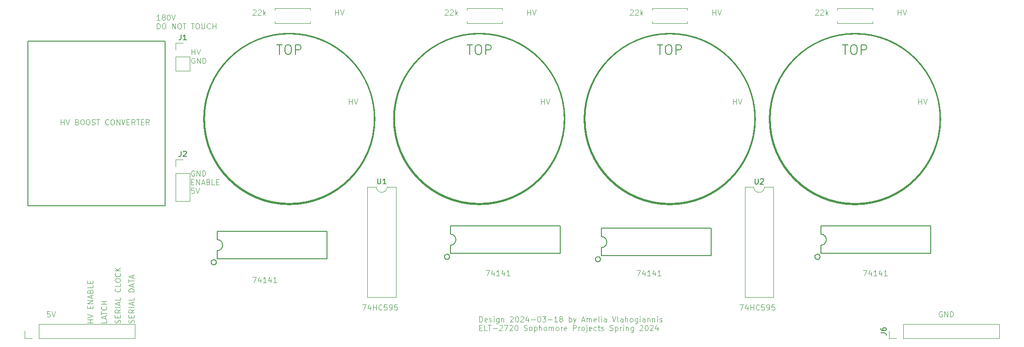
<source format=gto>
G04 #@! TF.GenerationSoftware,KiCad,Pcbnew,7.0.11+dfsg-1*
G04 #@! TF.CreationDate,2024-03-19T11:51:31-04:00*
G04 #@! TF.ProjectId,clock,636c6f63-6b2e-46b6-9963-61645f706362,rev?*
G04 #@! TF.SameCoordinates,Original*
G04 #@! TF.FileFunction,Legend,Top*
G04 #@! TF.FilePolarity,Positive*
%FSLAX46Y46*%
G04 Gerber Fmt 4.6, Leading zero omitted, Abs format (unit mm)*
G04 Created by KiCad (PCBNEW 7.0.11+dfsg-1) date 2024-03-19 11:51:31*
%MOMM*%
%LPD*%
G01*
G04 APERTURE LIST*
%ADD10C,0.150000*%
%ADD11C,0.100000*%
%ADD12C,0.152400*%
%ADD13C,0.120000*%
%ADD14C,0.254000*%
%ADD15C,0.203200*%
%ADD16C,0.127000*%
%ADD17C,0.025400*%
%ADD18C,2.540000*%
%ADD19R,1.700000X1.700000*%
%ADD20O,1.700000X1.700000*%
%ADD21C,4.998720*%
%ADD22C,2.397760*%
%ADD23R,1.600000X1.600000*%
%ADD24O,1.600000X1.600000*%
%ADD25C,1.600000*%
%ADD26C,1.625600*%
G04 APERTURE END LIST*
D10*
X48818800Y-54193200D02*
X74218800Y-54193200D01*
X74218800Y-84673200D01*
X48818800Y-84673200D01*
X48818800Y-54193200D01*
D11*
X180548646Y-103012419D02*
X181215312Y-103012419D01*
X181215312Y-103012419D02*
X180786741Y-104012419D01*
X182024836Y-103345752D02*
X182024836Y-104012419D01*
X181786741Y-102964800D02*
X181548646Y-103679085D01*
X181548646Y-103679085D02*
X182167693Y-103679085D01*
X182548646Y-104012419D02*
X182548646Y-103012419D01*
X182548646Y-103488609D02*
X183120074Y-103488609D01*
X183120074Y-104012419D02*
X183120074Y-103012419D01*
X184167693Y-103917180D02*
X184120074Y-103964800D01*
X184120074Y-103964800D02*
X183977217Y-104012419D01*
X183977217Y-104012419D02*
X183881979Y-104012419D01*
X183881979Y-104012419D02*
X183739122Y-103964800D01*
X183739122Y-103964800D02*
X183643884Y-103869561D01*
X183643884Y-103869561D02*
X183596265Y-103774323D01*
X183596265Y-103774323D02*
X183548646Y-103583847D01*
X183548646Y-103583847D02*
X183548646Y-103440990D01*
X183548646Y-103440990D02*
X183596265Y-103250514D01*
X183596265Y-103250514D02*
X183643884Y-103155276D01*
X183643884Y-103155276D02*
X183739122Y-103060038D01*
X183739122Y-103060038D02*
X183881979Y-103012419D01*
X183881979Y-103012419D02*
X183977217Y-103012419D01*
X183977217Y-103012419D02*
X184120074Y-103060038D01*
X184120074Y-103060038D02*
X184167693Y-103107657D01*
X185072455Y-103012419D02*
X184596265Y-103012419D01*
X184596265Y-103012419D02*
X184548646Y-103488609D01*
X184548646Y-103488609D02*
X184596265Y-103440990D01*
X184596265Y-103440990D02*
X184691503Y-103393371D01*
X184691503Y-103393371D02*
X184929598Y-103393371D01*
X184929598Y-103393371D02*
X185024836Y-103440990D01*
X185024836Y-103440990D02*
X185072455Y-103488609D01*
X185072455Y-103488609D02*
X185120074Y-103583847D01*
X185120074Y-103583847D02*
X185120074Y-103821942D01*
X185120074Y-103821942D02*
X185072455Y-103917180D01*
X185072455Y-103917180D02*
X185024836Y-103964800D01*
X185024836Y-103964800D02*
X184929598Y-104012419D01*
X184929598Y-104012419D02*
X184691503Y-104012419D01*
X184691503Y-104012419D02*
X184596265Y-103964800D01*
X184596265Y-103964800D02*
X184548646Y-103917180D01*
X185596265Y-104012419D02*
X185786741Y-104012419D01*
X185786741Y-104012419D02*
X185881979Y-103964800D01*
X185881979Y-103964800D02*
X185929598Y-103917180D01*
X185929598Y-103917180D02*
X186024836Y-103774323D01*
X186024836Y-103774323D02*
X186072455Y-103583847D01*
X186072455Y-103583847D02*
X186072455Y-103202895D01*
X186072455Y-103202895D02*
X186024836Y-103107657D01*
X186024836Y-103107657D02*
X185977217Y-103060038D01*
X185977217Y-103060038D02*
X185881979Y-103012419D01*
X185881979Y-103012419D02*
X185691503Y-103012419D01*
X185691503Y-103012419D02*
X185596265Y-103060038D01*
X185596265Y-103060038D02*
X185548646Y-103107657D01*
X185548646Y-103107657D02*
X185501027Y-103202895D01*
X185501027Y-103202895D02*
X185501027Y-103440990D01*
X185501027Y-103440990D02*
X185548646Y-103536228D01*
X185548646Y-103536228D02*
X185596265Y-103583847D01*
X185596265Y-103583847D02*
X185691503Y-103631466D01*
X185691503Y-103631466D02*
X185881979Y-103631466D01*
X185881979Y-103631466D02*
X185977217Y-103583847D01*
X185977217Y-103583847D02*
X186024836Y-103536228D01*
X186024836Y-103536228D02*
X186072455Y-103440990D01*
X186977217Y-103012419D02*
X186501027Y-103012419D01*
X186501027Y-103012419D02*
X186453408Y-103488609D01*
X186453408Y-103488609D02*
X186501027Y-103440990D01*
X186501027Y-103440990D02*
X186596265Y-103393371D01*
X186596265Y-103393371D02*
X186834360Y-103393371D01*
X186834360Y-103393371D02*
X186929598Y-103440990D01*
X186929598Y-103440990D02*
X186977217Y-103488609D01*
X186977217Y-103488609D02*
X187024836Y-103583847D01*
X187024836Y-103583847D02*
X187024836Y-103821942D01*
X187024836Y-103821942D02*
X186977217Y-103917180D01*
X186977217Y-103917180D02*
X186929598Y-103964800D01*
X186929598Y-103964800D02*
X186834360Y-104012419D01*
X186834360Y-104012419D02*
X186596265Y-104012419D01*
X186596265Y-104012419D02*
X186501027Y-103964800D01*
X186501027Y-103964800D02*
X186453408Y-103917180D01*
X133558646Y-96662419D02*
X134225312Y-96662419D01*
X134225312Y-96662419D02*
X133796741Y-97662419D01*
X135034836Y-96995752D02*
X135034836Y-97662419D01*
X134796741Y-96614800D02*
X134558646Y-97329085D01*
X134558646Y-97329085D02*
X135177693Y-97329085D01*
X136082455Y-97662419D02*
X135511027Y-97662419D01*
X135796741Y-97662419D02*
X135796741Y-96662419D01*
X135796741Y-96662419D02*
X135701503Y-96805276D01*
X135701503Y-96805276D02*
X135606265Y-96900514D01*
X135606265Y-96900514D02*
X135511027Y-96948133D01*
X136939598Y-96995752D02*
X136939598Y-97662419D01*
X136701503Y-96614800D02*
X136463408Y-97329085D01*
X136463408Y-97329085D02*
X137082455Y-97329085D01*
X137987217Y-97662419D02*
X137415789Y-97662419D01*
X137701503Y-97662419D02*
X137701503Y-96662419D01*
X137701503Y-96662419D02*
X137606265Y-96805276D01*
X137606265Y-96805276D02*
X137511027Y-96900514D01*
X137511027Y-96900514D02*
X137415789Y-96948133D01*
X90378646Y-97932419D02*
X91045312Y-97932419D01*
X91045312Y-97932419D02*
X90616741Y-98932419D01*
X91854836Y-98265752D02*
X91854836Y-98932419D01*
X91616741Y-97884800D02*
X91378646Y-98599085D01*
X91378646Y-98599085D02*
X91997693Y-98599085D01*
X92902455Y-98932419D02*
X92331027Y-98932419D01*
X92616741Y-98932419D02*
X92616741Y-97932419D01*
X92616741Y-97932419D02*
X92521503Y-98075276D01*
X92521503Y-98075276D02*
X92426265Y-98170514D01*
X92426265Y-98170514D02*
X92331027Y-98218133D01*
X93759598Y-98265752D02*
X93759598Y-98932419D01*
X93521503Y-97884800D02*
X93283408Y-98599085D01*
X93283408Y-98599085D02*
X93902455Y-98599085D01*
X94807217Y-98932419D02*
X94235789Y-98932419D01*
X94521503Y-98932419D02*
X94521503Y-97932419D01*
X94521503Y-97932419D02*
X94426265Y-98075276D01*
X94426265Y-98075276D02*
X94331027Y-98170514D01*
X94331027Y-98170514D02*
X94235789Y-98218133D01*
X60832419Y-106376115D02*
X59832419Y-106376115D01*
X60308609Y-106376115D02*
X60308609Y-105804687D01*
X60832419Y-105804687D02*
X59832419Y-105804687D01*
X59832419Y-105471353D02*
X60832419Y-105138020D01*
X60832419Y-105138020D02*
X59832419Y-104804687D01*
X60308609Y-103709448D02*
X60308609Y-103376115D01*
X60832419Y-103233258D02*
X60832419Y-103709448D01*
X60832419Y-103709448D02*
X59832419Y-103709448D01*
X59832419Y-103709448D02*
X59832419Y-103233258D01*
X60832419Y-102804686D02*
X59832419Y-102804686D01*
X59832419Y-102804686D02*
X60832419Y-102233258D01*
X60832419Y-102233258D02*
X59832419Y-102233258D01*
X60546704Y-101804686D02*
X60546704Y-101328496D01*
X60832419Y-101899924D02*
X59832419Y-101566591D01*
X59832419Y-101566591D02*
X60832419Y-101233258D01*
X60308609Y-100566591D02*
X60356228Y-100423734D01*
X60356228Y-100423734D02*
X60403847Y-100376115D01*
X60403847Y-100376115D02*
X60499085Y-100328496D01*
X60499085Y-100328496D02*
X60641942Y-100328496D01*
X60641942Y-100328496D02*
X60737180Y-100376115D01*
X60737180Y-100376115D02*
X60784800Y-100423734D01*
X60784800Y-100423734D02*
X60832419Y-100518972D01*
X60832419Y-100518972D02*
X60832419Y-100899924D01*
X60832419Y-100899924D02*
X59832419Y-100899924D01*
X59832419Y-100899924D02*
X59832419Y-100566591D01*
X59832419Y-100566591D02*
X59880038Y-100471353D01*
X59880038Y-100471353D02*
X59927657Y-100423734D01*
X59927657Y-100423734D02*
X60022895Y-100376115D01*
X60022895Y-100376115D02*
X60118133Y-100376115D01*
X60118133Y-100376115D02*
X60213371Y-100423734D01*
X60213371Y-100423734D02*
X60260990Y-100471353D01*
X60260990Y-100471353D02*
X60308609Y-100566591D01*
X60308609Y-100566591D02*
X60308609Y-100899924D01*
X60832419Y-99423734D02*
X60832419Y-99899924D01*
X60832419Y-99899924D02*
X59832419Y-99899924D01*
X60308609Y-99090400D02*
X60308609Y-98757067D01*
X60832419Y-98614210D02*
X60832419Y-99090400D01*
X60832419Y-99090400D02*
X59832419Y-99090400D01*
X59832419Y-99090400D02*
X59832419Y-98614210D01*
X217997693Y-104330038D02*
X217902455Y-104282419D01*
X217902455Y-104282419D02*
X217759598Y-104282419D01*
X217759598Y-104282419D02*
X217616741Y-104330038D01*
X217616741Y-104330038D02*
X217521503Y-104425276D01*
X217521503Y-104425276D02*
X217473884Y-104520514D01*
X217473884Y-104520514D02*
X217426265Y-104710990D01*
X217426265Y-104710990D02*
X217426265Y-104853847D01*
X217426265Y-104853847D02*
X217473884Y-105044323D01*
X217473884Y-105044323D02*
X217521503Y-105139561D01*
X217521503Y-105139561D02*
X217616741Y-105234800D01*
X217616741Y-105234800D02*
X217759598Y-105282419D01*
X217759598Y-105282419D02*
X217854836Y-105282419D01*
X217854836Y-105282419D02*
X217997693Y-105234800D01*
X217997693Y-105234800D02*
X218045312Y-105187180D01*
X218045312Y-105187180D02*
X218045312Y-104853847D01*
X218045312Y-104853847D02*
X217854836Y-104853847D01*
X218473884Y-105282419D02*
X218473884Y-104282419D01*
X218473884Y-104282419D02*
X219045312Y-105282419D01*
X219045312Y-105282419D02*
X219045312Y-104282419D01*
X219521503Y-105282419D02*
X219521503Y-104282419D01*
X219521503Y-104282419D02*
X219759598Y-104282419D01*
X219759598Y-104282419D02*
X219902455Y-104330038D01*
X219902455Y-104330038D02*
X219997693Y-104425276D01*
X219997693Y-104425276D02*
X220045312Y-104520514D01*
X220045312Y-104520514D02*
X220092931Y-104710990D01*
X220092931Y-104710990D02*
X220092931Y-104853847D01*
X220092931Y-104853847D02*
X220045312Y-105044323D01*
X220045312Y-105044323D02*
X219997693Y-105139561D01*
X219997693Y-105139561D02*
X219902455Y-105234800D01*
X219902455Y-105234800D02*
X219759598Y-105282419D01*
X219759598Y-105282419D02*
X219521503Y-105282419D01*
X110698646Y-103012419D02*
X111365312Y-103012419D01*
X111365312Y-103012419D02*
X110936741Y-104012419D01*
X112174836Y-103345752D02*
X112174836Y-104012419D01*
X111936741Y-102964800D02*
X111698646Y-103679085D01*
X111698646Y-103679085D02*
X112317693Y-103679085D01*
X112698646Y-104012419D02*
X112698646Y-103012419D01*
X112698646Y-103488609D02*
X113270074Y-103488609D01*
X113270074Y-104012419D02*
X113270074Y-103012419D01*
X114317693Y-103917180D02*
X114270074Y-103964800D01*
X114270074Y-103964800D02*
X114127217Y-104012419D01*
X114127217Y-104012419D02*
X114031979Y-104012419D01*
X114031979Y-104012419D02*
X113889122Y-103964800D01*
X113889122Y-103964800D02*
X113793884Y-103869561D01*
X113793884Y-103869561D02*
X113746265Y-103774323D01*
X113746265Y-103774323D02*
X113698646Y-103583847D01*
X113698646Y-103583847D02*
X113698646Y-103440990D01*
X113698646Y-103440990D02*
X113746265Y-103250514D01*
X113746265Y-103250514D02*
X113793884Y-103155276D01*
X113793884Y-103155276D02*
X113889122Y-103060038D01*
X113889122Y-103060038D02*
X114031979Y-103012419D01*
X114031979Y-103012419D02*
X114127217Y-103012419D01*
X114127217Y-103012419D02*
X114270074Y-103060038D01*
X114270074Y-103060038D02*
X114317693Y-103107657D01*
X115222455Y-103012419D02*
X114746265Y-103012419D01*
X114746265Y-103012419D02*
X114698646Y-103488609D01*
X114698646Y-103488609D02*
X114746265Y-103440990D01*
X114746265Y-103440990D02*
X114841503Y-103393371D01*
X114841503Y-103393371D02*
X115079598Y-103393371D01*
X115079598Y-103393371D02*
X115174836Y-103440990D01*
X115174836Y-103440990D02*
X115222455Y-103488609D01*
X115222455Y-103488609D02*
X115270074Y-103583847D01*
X115270074Y-103583847D02*
X115270074Y-103821942D01*
X115270074Y-103821942D02*
X115222455Y-103917180D01*
X115222455Y-103917180D02*
X115174836Y-103964800D01*
X115174836Y-103964800D02*
X115079598Y-104012419D01*
X115079598Y-104012419D02*
X114841503Y-104012419D01*
X114841503Y-104012419D02*
X114746265Y-103964800D01*
X114746265Y-103964800D02*
X114698646Y-103917180D01*
X115746265Y-104012419D02*
X115936741Y-104012419D01*
X115936741Y-104012419D02*
X116031979Y-103964800D01*
X116031979Y-103964800D02*
X116079598Y-103917180D01*
X116079598Y-103917180D02*
X116174836Y-103774323D01*
X116174836Y-103774323D02*
X116222455Y-103583847D01*
X116222455Y-103583847D02*
X116222455Y-103202895D01*
X116222455Y-103202895D02*
X116174836Y-103107657D01*
X116174836Y-103107657D02*
X116127217Y-103060038D01*
X116127217Y-103060038D02*
X116031979Y-103012419D01*
X116031979Y-103012419D02*
X115841503Y-103012419D01*
X115841503Y-103012419D02*
X115746265Y-103060038D01*
X115746265Y-103060038D02*
X115698646Y-103107657D01*
X115698646Y-103107657D02*
X115651027Y-103202895D01*
X115651027Y-103202895D02*
X115651027Y-103440990D01*
X115651027Y-103440990D02*
X115698646Y-103536228D01*
X115698646Y-103536228D02*
X115746265Y-103583847D01*
X115746265Y-103583847D02*
X115841503Y-103631466D01*
X115841503Y-103631466D02*
X116031979Y-103631466D01*
X116031979Y-103631466D02*
X116127217Y-103583847D01*
X116127217Y-103583847D02*
X116174836Y-103536228D01*
X116174836Y-103536228D02*
X116222455Y-103440990D01*
X117127217Y-103012419D02*
X116651027Y-103012419D01*
X116651027Y-103012419D02*
X116603408Y-103488609D01*
X116603408Y-103488609D02*
X116651027Y-103440990D01*
X116651027Y-103440990D02*
X116746265Y-103393371D01*
X116746265Y-103393371D02*
X116984360Y-103393371D01*
X116984360Y-103393371D02*
X117079598Y-103440990D01*
X117079598Y-103440990D02*
X117127217Y-103488609D01*
X117127217Y-103488609D02*
X117174836Y-103583847D01*
X117174836Y-103583847D02*
X117174836Y-103821942D01*
X117174836Y-103821942D02*
X117127217Y-103917180D01*
X117127217Y-103917180D02*
X117079598Y-103964800D01*
X117079598Y-103964800D02*
X116984360Y-104012419D01*
X116984360Y-104012419D02*
X116746265Y-104012419D01*
X116746265Y-104012419D02*
X116651027Y-103964800D01*
X116651027Y-103964800D02*
X116603408Y-103917180D01*
X194566265Y-48497657D02*
X194613884Y-48450038D01*
X194613884Y-48450038D02*
X194709122Y-48402419D01*
X194709122Y-48402419D02*
X194947217Y-48402419D01*
X194947217Y-48402419D02*
X195042455Y-48450038D01*
X195042455Y-48450038D02*
X195090074Y-48497657D01*
X195090074Y-48497657D02*
X195137693Y-48592895D01*
X195137693Y-48592895D02*
X195137693Y-48688133D01*
X195137693Y-48688133D02*
X195090074Y-48830990D01*
X195090074Y-48830990D02*
X194518646Y-49402419D01*
X194518646Y-49402419D02*
X195137693Y-49402419D01*
X195518646Y-48497657D02*
X195566265Y-48450038D01*
X195566265Y-48450038D02*
X195661503Y-48402419D01*
X195661503Y-48402419D02*
X195899598Y-48402419D01*
X195899598Y-48402419D02*
X195994836Y-48450038D01*
X195994836Y-48450038D02*
X196042455Y-48497657D01*
X196042455Y-48497657D02*
X196090074Y-48592895D01*
X196090074Y-48592895D02*
X196090074Y-48688133D01*
X196090074Y-48688133D02*
X196042455Y-48830990D01*
X196042455Y-48830990D02*
X195471027Y-49402419D01*
X195471027Y-49402419D02*
X196090074Y-49402419D01*
X196518646Y-49402419D02*
X196518646Y-48402419D01*
X196613884Y-49021466D02*
X196899598Y-49402419D01*
X196899598Y-48735752D02*
X196518646Y-49116704D01*
X65864800Y-106423734D02*
X65912419Y-106280877D01*
X65912419Y-106280877D02*
X65912419Y-106042782D01*
X65912419Y-106042782D02*
X65864800Y-105947544D01*
X65864800Y-105947544D02*
X65817180Y-105899925D01*
X65817180Y-105899925D02*
X65721942Y-105852306D01*
X65721942Y-105852306D02*
X65626704Y-105852306D01*
X65626704Y-105852306D02*
X65531466Y-105899925D01*
X65531466Y-105899925D02*
X65483847Y-105947544D01*
X65483847Y-105947544D02*
X65436228Y-106042782D01*
X65436228Y-106042782D02*
X65388609Y-106233258D01*
X65388609Y-106233258D02*
X65340990Y-106328496D01*
X65340990Y-106328496D02*
X65293371Y-106376115D01*
X65293371Y-106376115D02*
X65198133Y-106423734D01*
X65198133Y-106423734D02*
X65102895Y-106423734D01*
X65102895Y-106423734D02*
X65007657Y-106376115D01*
X65007657Y-106376115D02*
X64960038Y-106328496D01*
X64960038Y-106328496D02*
X64912419Y-106233258D01*
X64912419Y-106233258D02*
X64912419Y-105995163D01*
X64912419Y-105995163D02*
X64960038Y-105852306D01*
X65388609Y-105423734D02*
X65388609Y-105090401D01*
X65912419Y-104947544D02*
X65912419Y-105423734D01*
X65912419Y-105423734D02*
X64912419Y-105423734D01*
X64912419Y-105423734D02*
X64912419Y-104947544D01*
X65912419Y-103947544D02*
X65436228Y-104280877D01*
X65912419Y-104518972D02*
X64912419Y-104518972D01*
X64912419Y-104518972D02*
X64912419Y-104138020D01*
X64912419Y-104138020D02*
X64960038Y-104042782D01*
X64960038Y-104042782D02*
X65007657Y-103995163D01*
X65007657Y-103995163D02*
X65102895Y-103947544D01*
X65102895Y-103947544D02*
X65245752Y-103947544D01*
X65245752Y-103947544D02*
X65340990Y-103995163D01*
X65340990Y-103995163D02*
X65388609Y-104042782D01*
X65388609Y-104042782D02*
X65436228Y-104138020D01*
X65436228Y-104138020D02*
X65436228Y-104518972D01*
X65912419Y-103518972D02*
X64912419Y-103518972D01*
X65626704Y-103090401D02*
X65626704Y-102614211D01*
X65912419Y-103185639D02*
X64912419Y-102852306D01*
X64912419Y-102852306D02*
X65912419Y-102518973D01*
X65912419Y-101709449D02*
X65912419Y-102185639D01*
X65912419Y-102185639D02*
X64912419Y-102185639D01*
X65817180Y-100042782D02*
X65864800Y-100090401D01*
X65864800Y-100090401D02*
X65912419Y-100233258D01*
X65912419Y-100233258D02*
X65912419Y-100328496D01*
X65912419Y-100328496D02*
X65864800Y-100471353D01*
X65864800Y-100471353D02*
X65769561Y-100566591D01*
X65769561Y-100566591D02*
X65674323Y-100614210D01*
X65674323Y-100614210D02*
X65483847Y-100661829D01*
X65483847Y-100661829D02*
X65340990Y-100661829D01*
X65340990Y-100661829D02*
X65150514Y-100614210D01*
X65150514Y-100614210D02*
X65055276Y-100566591D01*
X65055276Y-100566591D02*
X64960038Y-100471353D01*
X64960038Y-100471353D02*
X64912419Y-100328496D01*
X64912419Y-100328496D02*
X64912419Y-100233258D01*
X64912419Y-100233258D02*
X64960038Y-100090401D01*
X64960038Y-100090401D02*
X65007657Y-100042782D01*
X65912419Y-99138020D02*
X65912419Y-99614210D01*
X65912419Y-99614210D02*
X64912419Y-99614210D01*
X64912419Y-98614210D02*
X64912419Y-98423734D01*
X64912419Y-98423734D02*
X64960038Y-98328496D01*
X64960038Y-98328496D02*
X65055276Y-98233258D01*
X65055276Y-98233258D02*
X65245752Y-98185639D01*
X65245752Y-98185639D02*
X65579085Y-98185639D01*
X65579085Y-98185639D02*
X65769561Y-98233258D01*
X65769561Y-98233258D02*
X65864800Y-98328496D01*
X65864800Y-98328496D02*
X65912419Y-98423734D01*
X65912419Y-98423734D02*
X65912419Y-98614210D01*
X65912419Y-98614210D02*
X65864800Y-98709448D01*
X65864800Y-98709448D02*
X65769561Y-98804686D01*
X65769561Y-98804686D02*
X65579085Y-98852305D01*
X65579085Y-98852305D02*
X65245752Y-98852305D01*
X65245752Y-98852305D02*
X65055276Y-98804686D01*
X65055276Y-98804686D02*
X64960038Y-98709448D01*
X64960038Y-98709448D02*
X64912419Y-98614210D01*
X65817180Y-97185639D02*
X65864800Y-97233258D01*
X65864800Y-97233258D02*
X65912419Y-97376115D01*
X65912419Y-97376115D02*
X65912419Y-97471353D01*
X65912419Y-97471353D02*
X65864800Y-97614210D01*
X65864800Y-97614210D02*
X65769561Y-97709448D01*
X65769561Y-97709448D02*
X65674323Y-97757067D01*
X65674323Y-97757067D02*
X65483847Y-97804686D01*
X65483847Y-97804686D02*
X65340990Y-97804686D01*
X65340990Y-97804686D02*
X65150514Y-97757067D01*
X65150514Y-97757067D02*
X65055276Y-97709448D01*
X65055276Y-97709448D02*
X64960038Y-97614210D01*
X64960038Y-97614210D02*
X64912419Y-97471353D01*
X64912419Y-97471353D02*
X64912419Y-97376115D01*
X64912419Y-97376115D02*
X64960038Y-97233258D01*
X64960038Y-97233258D02*
X65007657Y-97185639D01*
X65912419Y-96757067D02*
X64912419Y-96757067D01*
X65912419Y-96185639D02*
X65340990Y-96614210D01*
X64912419Y-96185639D02*
X65483847Y-96757067D01*
X79103884Y-56712419D02*
X79103884Y-55712419D01*
X79103884Y-56188609D02*
X79675312Y-56188609D01*
X79675312Y-56712419D02*
X79675312Y-55712419D01*
X80008646Y-55712419D02*
X80341979Y-56712419D01*
X80341979Y-56712419D02*
X80675312Y-55712419D01*
X79627693Y-57370038D02*
X79532455Y-57322419D01*
X79532455Y-57322419D02*
X79389598Y-57322419D01*
X79389598Y-57322419D02*
X79246741Y-57370038D01*
X79246741Y-57370038D02*
X79151503Y-57465276D01*
X79151503Y-57465276D02*
X79103884Y-57560514D01*
X79103884Y-57560514D02*
X79056265Y-57750990D01*
X79056265Y-57750990D02*
X79056265Y-57893847D01*
X79056265Y-57893847D02*
X79103884Y-58084323D01*
X79103884Y-58084323D02*
X79151503Y-58179561D01*
X79151503Y-58179561D02*
X79246741Y-58274800D01*
X79246741Y-58274800D02*
X79389598Y-58322419D01*
X79389598Y-58322419D02*
X79484836Y-58322419D01*
X79484836Y-58322419D02*
X79627693Y-58274800D01*
X79627693Y-58274800D02*
X79675312Y-58227180D01*
X79675312Y-58227180D02*
X79675312Y-57893847D01*
X79675312Y-57893847D02*
X79484836Y-57893847D01*
X80103884Y-58322419D02*
X80103884Y-57322419D01*
X80103884Y-57322419D02*
X80675312Y-58322419D01*
X80675312Y-58322419D02*
X80675312Y-57322419D01*
X81151503Y-58322419D02*
X81151503Y-57322419D01*
X81151503Y-57322419D02*
X81389598Y-57322419D01*
X81389598Y-57322419D02*
X81532455Y-57370038D01*
X81532455Y-57370038D02*
X81627693Y-57465276D01*
X81627693Y-57465276D02*
X81675312Y-57560514D01*
X81675312Y-57560514D02*
X81722931Y-57750990D01*
X81722931Y-57750990D02*
X81722931Y-57893847D01*
X81722931Y-57893847D02*
X81675312Y-58084323D01*
X81675312Y-58084323D02*
X81627693Y-58179561D01*
X81627693Y-58179561D02*
X81532455Y-58274800D01*
X81532455Y-58274800D02*
X81389598Y-58322419D01*
X81389598Y-58322419D02*
X81151503Y-58322419D01*
X143813884Y-65912419D02*
X143813884Y-64912419D01*
X143813884Y-65388609D02*
X144385312Y-65388609D01*
X144385312Y-65912419D02*
X144385312Y-64912419D01*
X144718646Y-64912419D02*
X145051979Y-65912419D01*
X145051979Y-65912419D02*
X145385312Y-64912419D01*
X175563884Y-49402419D02*
X175563884Y-48402419D01*
X175563884Y-48878609D02*
X176135312Y-48878609D01*
X176135312Y-49402419D02*
X176135312Y-48402419D01*
X176468646Y-48402419D02*
X176801979Y-49402419D01*
X176801979Y-49402419D02*
X177135312Y-48402419D01*
X73217693Y-50332419D02*
X72646265Y-50332419D01*
X72931979Y-50332419D02*
X72931979Y-49332419D01*
X72931979Y-49332419D02*
X72836741Y-49475276D01*
X72836741Y-49475276D02*
X72741503Y-49570514D01*
X72741503Y-49570514D02*
X72646265Y-49618133D01*
X73789122Y-49760990D02*
X73693884Y-49713371D01*
X73693884Y-49713371D02*
X73646265Y-49665752D01*
X73646265Y-49665752D02*
X73598646Y-49570514D01*
X73598646Y-49570514D02*
X73598646Y-49522895D01*
X73598646Y-49522895D02*
X73646265Y-49427657D01*
X73646265Y-49427657D02*
X73693884Y-49380038D01*
X73693884Y-49380038D02*
X73789122Y-49332419D01*
X73789122Y-49332419D02*
X73979598Y-49332419D01*
X73979598Y-49332419D02*
X74074836Y-49380038D01*
X74074836Y-49380038D02*
X74122455Y-49427657D01*
X74122455Y-49427657D02*
X74170074Y-49522895D01*
X74170074Y-49522895D02*
X74170074Y-49570514D01*
X74170074Y-49570514D02*
X74122455Y-49665752D01*
X74122455Y-49665752D02*
X74074836Y-49713371D01*
X74074836Y-49713371D02*
X73979598Y-49760990D01*
X73979598Y-49760990D02*
X73789122Y-49760990D01*
X73789122Y-49760990D02*
X73693884Y-49808609D01*
X73693884Y-49808609D02*
X73646265Y-49856228D01*
X73646265Y-49856228D02*
X73598646Y-49951466D01*
X73598646Y-49951466D02*
X73598646Y-50141942D01*
X73598646Y-50141942D02*
X73646265Y-50237180D01*
X73646265Y-50237180D02*
X73693884Y-50284800D01*
X73693884Y-50284800D02*
X73789122Y-50332419D01*
X73789122Y-50332419D02*
X73979598Y-50332419D01*
X73979598Y-50332419D02*
X74074836Y-50284800D01*
X74074836Y-50284800D02*
X74122455Y-50237180D01*
X74122455Y-50237180D02*
X74170074Y-50141942D01*
X74170074Y-50141942D02*
X74170074Y-49951466D01*
X74170074Y-49951466D02*
X74122455Y-49856228D01*
X74122455Y-49856228D02*
X74074836Y-49808609D01*
X74074836Y-49808609D02*
X73979598Y-49760990D01*
X74789122Y-49332419D02*
X74884360Y-49332419D01*
X74884360Y-49332419D02*
X74979598Y-49380038D01*
X74979598Y-49380038D02*
X75027217Y-49427657D01*
X75027217Y-49427657D02*
X75074836Y-49522895D01*
X75074836Y-49522895D02*
X75122455Y-49713371D01*
X75122455Y-49713371D02*
X75122455Y-49951466D01*
X75122455Y-49951466D02*
X75074836Y-50141942D01*
X75074836Y-50141942D02*
X75027217Y-50237180D01*
X75027217Y-50237180D02*
X74979598Y-50284800D01*
X74979598Y-50284800D02*
X74884360Y-50332419D01*
X74884360Y-50332419D02*
X74789122Y-50332419D01*
X74789122Y-50332419D02*
X74693884Y-50284800D01*
X74693884Y-50284800D02*
X74646265Y-50237180D01*
X74646265Y-50237180D02*
X74598646Y-50141942D01*
X74598646Y-50141942D02*
X74551027Y-49951466D01*
X74551027Y-49951466D02*
X74551027Y-49713371D01*
X74551027Y-49713371D02*
X74598646Y-49522895D01*
X74598646Y-49522895D02*
X74646265Y-49427657D01*
X74646265Y-49427657D02*
X74693884Y-49380038D01*
X74693884Y-49380038D02*
X74789122Y-49332419D01*
X75408170Y-49332419D02*
X75741503Y-50332419D01*
X75741503Y-50332419D02*
X76074836Y-49332419D01*
X72693884Y-51942419D02*
X72693884Y-50942419D01*
X72693884Y-50942419D02*
X72931979Y-50942419D01*
X72931979Y-50942419D02*
X73074836Y-50990038D01*
X73074836Y-50990038D02*
X73170074Y-51085276D01*
X73170074Y-51085276D02*
X73217693Y-51180514D01*
X73217693Y-51180514D02*
X73265312Y-51370990D01*
X73265312Y-51370990D02*
X73265312Y-51513847D01*
X73265312Y-51513847D02*
X73217693Y-51704323D01*
X73217693Y-51704323D02*
X73170074Y-51799561D01*
X73170074Y-51799561D02*
X73074836Y-51894800D01*
X73074836Y-51894800D02*
X72931979Y-51942419D01*
X72931979Y-51942419D02*
X72693884Y-51942419D01*
X73884360Y-50942419D02*
X74074836Y-50942419D01*
X74074836Y-50942419D02*
X74170074Y-50990038D01*
X74170074Y-50990038D02*
X74265312Y-51085276D01*
X74265312Y-51085276D02*
X74312931Y-51275752D01*
X74312931Y-51275752D02*
X74312931Y-51609085D01*
X74312931Y-51609085D02*
X74265312Y-51799561D01*
X74265312Y-51799561D02*
X74170074Y-51894800D01*
X74170074Y-51894800D02*
X74074836Y-51942419D01*
X74074836Y-51942419D02*
X73884360Y-51942419D01*
X73884360Y-51942419D02*
X73789122Y-51894800D01*
X73789122Y-51894800D02*
X73693884Y-51799561D01*
X73693884Y-51799561D02*
X73646265Y-51609085D01*
X73646265Y-51609085D02*
X73646265Y-51275752D01*
X73646265Y-51275752D02*
X73693884Y-51085276D01*
X73693884Y-51085276D02*
X73789122Y-50990038D01*
X73789122Y-50990038D02*
X73884360Y-50942419D01*
X75503408Y-51942419D02*
X75503408Y-50942419D01*
X75503408Y-50942419D02*
X76074836Y-51942419D01*
X76074836Y-51942419D02*
X76074836Y-50942419D01*
X76741503Y-50942419D02*
X76931979Y-50942419D01*
X76931979Y-50942419D02*
X77027217Y-50990038D01*
X77027217Y-50990038D02*
X77122455Y-51085276D01*
X77122455Y-51085276D02*
X77170074Y-51275752D01*
X77170074Y-51275752D02*
X77170074Y-51609085D01*
X77170074Y-51609085D02*
X77122455Y-51799561D01*
X77122455Y-51799561D02*
X77027217Y-51894800D01*
X77027217Y-51894800D02*
X76931979Y-51942419D01*
X76931979Y-51942419D02*
X76741503Y-51942419D01*
X76741503Y-51942419D02*
X76646265Y-51894800D01*
X76646265Y-51894800D02*
X76551027Y-51799561D01*
X76551027Y-51799561D02*
X76503408Y-51609085D01*
X76503408Y-51609085D02*
X76503408Y-51275752D01*
X76503408Y-51275752D02*
X76551027Y-51085276D01*
X76551027Y-51085276D02*
X76646265Y-50990038D01*
X76646265Y-50990038D02*
X76741503Y-50942419D01*
X77455789Y-50942419D02*
X78027217Y-50942419D01*
X77741503Y-51942419D02*
X77741503Y-50942419D01*
X78979599Y-50942419D02*
X79551027Y-50942419D01*
X79265313Y-51942419D02*
X79265313Y-50942419D01*
X80074837Y-50942419D02*
X80265313Y-50942419D01*
X80265313Y-50942419D02*
X80360551Y-50990038D01*
X80360551Y-50990038D02*
X80455789Y-51085276D01*
X80455789Y-51085276D02*
X80503408Y-51275752D01*
X80503408Y-51275752D02*
X80503408Y-51609085D01*
X80503408Y-51609085D02*
X80455789Y-51799561D01*
X80455789Y-51799561D02*
X80360551Y-51894800D01*
X80360551Y-51894800D02*
X80265313Y-51942419D01*
X80265313Y-51942419D02*
X80074837Y-51942419D01*
X80074837Y-51942419D02*
X79979599Y-51894800D01*
X79979599Y-51894800D02*
X79884361Y-51799561D01*
X79884361Y-51799561D02*
X79836742Y-51609085D01*
X79836742Y-51609085D02*
X79836742Y-51275752D01*
X79836742Y-51275752D02*
X79884361Y-51085276D01*
X79884361Y-51085276D02*
X79979599Y-50990038D01*
X79979599Y-50990038D02*
X80074837Y-50942419D01*
X80931980Y-50942419D02*
X80931980Y-51751942D01*
X80931980Y-51751942D02*
X80979599Y-51847180D01*
X80979599Y-51847180D02*
X81027218Y-51894800D01*
X81027218Y-51894800D02*
X81122456Y-51942419D01*
X81122456Y-51942419D02*
X81312932Y-51942419D01*
X81312932Y-51942419D02*
X81408170Y-51894800D01*
X81408170Y-51894800D02*
X81455789Y-51847180D01*
X81455789Y-51847180D02*
X81503408Y-51751942D01*
X81503408Y-51751942D02*
X81503408Y-50942419D01*
X82551027Y-51847180D02*
X82503408Y-51894800D01*
X82503408Y-51894800D02*
X82360551Y-51942419D01*
X82360551Y-51942419D02*
X82265313Y-51942419D01*
X82265313Y-51942419D02*
X82122456Y-51894800D01*
X82122456Y-51894800D02*
X82027218Y-51799561D01*
X82027218Y-51799561D02*
X81979599Y-51704323D01*
X81979599Y-51704323D02*
X81931980Y-51513847D01*
X81931980Y-51513847D02*
X81931980Y-51370990D01*
X81931980Y-51370990D02*
X81979599Y-51180514D01*
X81979599Y-51180514D02*
X82027218Y-51085276D01*
X82027218Y-51085276D02*
X82122456Y-50990038D01*
X82122456Y-50990038D02*
X82265313Y-50942419D01*
X82265313Y-50942419D02*
X82360551Y-50942419D01*
X82360551Y-50942419D02*
X82503408Y-50990038D01*
X82503408Y-50990038D02*
X82551027Y-51037657D01*
X82979599Y-51942419D02*
X82979599Y-50942419D01*
X82979599Y-51418609D02*
X83551027Y-51418609D01*
X83551027Y-51942419D02*
X83551027Y-50942419D01*
X63372419Y-105899925D02*
X63372419Y-106376115D01*
X63372419Y-106376115D02*
X62372419Y-106376115D01*
X63086704Y-105614210D02*
X63086704Y-105138020D01*
X63372419Y-105709448D02*
X62372419Y-105376115D01*
X62372419Y-105376115D02*
X63372419Y-105042782D01*
X62372419Y-104852305D02*
X62372419Y-104280877D01*
X63372419Y-104566591D02*
X62372419Y-104566591D01*
X63277180Y-103376115D02*
X63324800Y-103423734D01*
X63324800Y-103423734D02*
X63372419Y-103566591D01*
X63372419Y-103566591D02*
X63372419Y-103661829D01*
X63372419Y-103661829D02*
X63324800Y-103804686D01*
X63324800Y-103804686D02*
X63229561Y-103899924D01*
X63229561Y-103899924D02*
X63134323Y-103947543D01*
X63134323Y-103947543D02*
X62943847Y-103995162D01*
X62943847Y-103995162D02*
X62800990Y-103995162D01*
X62800990Y-103995162D02*
X62610514Y-103947543D01*
X62610514Y-103947543D02*
X62515276Y-103899924D01*
X62515276Y-103899924D02*
X62420038Y-103804686D01*
X62420038Y-103804686D02*
X62372419Y-103661829D01*
X62372419Y-103661829D02*
X62372419Y-103566591D01*
X62372419Y-103566591D02*
X62420038Y-103423734D01*
X62420038Y-103423734D02*
X62467657Y-103376115D01*
X63372419Y-102947543D02*
X62372419Y-102947543D01*
X62848609Y-102947543D02*
X62848609Y-102376115D01*
X63372419Y-102376115D02*
X62372419Y-102376115D01*
X141273884Y-49402419D02*
X141273884Y-48402419D01*
X141273884Y-48878609D02*
X141845312Y-48878609D01*
X141845312Y-49402419D02*
X141845312Y-48402419D01*
X142178646Y-48402419D02*
X142511979Y-49402419D01*
X142511979Y-49402419D02*
X142845312Y-48402419D01*
X213663884Y-65912419D02*
X213663884Y-64912419D01*
X213663884Y-65388609D02*
X214235312Y-65388609D01*
X214235312Y-65912419D02*
X214235312Y-64912419D01*
X214568646Y-64912419D02*
X214901979Y-65912419D01*
X214901979Y-65912419D02*
X215235312Y-64912419D01*
X52850074Y-104282419D02*
X52373884Y-104282419D01*
X52373884Y-104282419D02*
X52326265Y-104758609D01*
X52326265Y-104758609D02*
X52373884Y-104710990D01*
X52373884Y-104710990D02*
X52469122Y-104663371D01*
X52469122Y-104663371D02*
X52707217Y-104663371D01*
X52707217Y-104663371D02*
X52802455Y-104710990D01*
X52802455Y-104710990D02*
X52850074Y-104758609D01*
X52850074Y-104758609D02*
X52897693Y-104853847D01*
X52897693Y-104853847D02*
X52897693Y-105091942D01*
X52897693Y-105091942D02*
X52850074Y-105187180D01*
X52850074Y-105187180D02*
X52802455Y-105234800D01*
X52802455Y-105234800D02*
X52707217Y-105282419D01*
X52707217Y-105282419D02*
X52469122Y-105282419D01*
X52469122Y-105282419D02*
X52373884Y-105234800D01*
X52373884Y-105234800D02*
X52326265Y-105187180D01*
X53183408Y-104282419D02*
X53516741Y-105282419D01*
X53516741Y-105282419D02*
X53850074Y-104282419D01*
X125986265Y-48497657D02*
X126033884Y-48450038D01*
X126033884Y-48450038D02*
X126129122Y-48402419D01*
X126129122Y-48402419D02*
X126367217Y-48402419D01*
X126367217Y-48402419D02*
X126462455Y-48450038D01*
X126462455Y-48450038D02*
X126510074Y-48497657D01*
X126510074Y-48497657D02*
X126557693Y-48592895D01*
X126557693Y-48592895D02*
X126557693Y-48688133D01*
X126557693Y-48688133D02*
X126510074Y-48830990D01*
X126510074Y-48830990D02*
X125938646Y-49402419D01*
X125938646Y-49402419D02*
X126557693Y-49402419D01*
X126938646Y-48497657D02*
X126986265Y-48450038D01*
X126986265Y-48450038D02*
X127081503Y-48402419D01*
X127081503Y-48402419D02*
X127319598Y-48402419D01*
X127319598Y-48402419D02*
X127414836Y-48450038D01*
X127414836Y-48450038D02*
X127462455Y-48497657D01*
X127462455Y-48497657D02*
X127510074Y-48592895D01*
X127510074Y-48592895D02*
X127510074Y-48688133D01*
X127510074Y-48688133D02*
X127462455Y-48830990D01*
X127462455Y-48830990D02*
X126891027Y-49402419D01*
X126891027Y-49402419D02*
X127510074Y-49402419D01*
X127938646Y-49402419D02*
X127938646Y-48402419D01*
X128033884Y-49021466D02*
X128319598Y-49402419D01*
X128319598Y-48735752D02*
X127938646Y-49116704D01*
X90426265Y-48497657D02*
X90473884Y-48450038D01*
X90473884Y-48450038D02*
X90569122Y-48402419D01*
X90569122Y-48402419D02*
X90807217Y-48402419D01*
X90807217Y-48402419D02*
X90902455Y-48450038D01*
X90902455Y-48450038D02*
X90950074Y-48497657D01*
X90950074Y-48497657D02*
X90997693Y-48592895D01*
X90997693Y-48592895D02*
X90997693Y-48688133D01*
X90997693Y-48688133D02*
X90950074Y-48830990D01*
X90950074Y-48830990D02*
X90378646Y-49402419D01*
X90378646Y-49402419D02*
X90997693Y-49402419D01*
X91378646Y-48497657D02*
X91426265Y-48450038D01*
X91426265Y-48450038D02*
X91521503Y-48402419D01*
X91521503Y-48402419D02*
X91759598Y-48402419D01*
X91759598Y-48402419D02*
X91854836Y-48450038D01*
X91854836Y-48450038D02*
X91902455Y-48497657D01*
X91902455Y-48497657D02*
X91950074Y-48592895D01*
X91950074Y-48592895D02*
X91950074Y-48688133D01*
X91950074Y-48688133D02*
X91902455Y-48830990D01*
X91902455Y-48830990D02*
X91331027Y-49402419D01*
X91331027Y-49402419D02*
X91950074Y-49402419D01*
X92378646Y-49402419D02*
X92378646Y-48402419D01*
X92473884Y-49021466D02*
X92759598Y-49402419D01*
X92759598Y-48735752D02*
X92378646Y-49116704D01*
X209853884Y-49402419D02*
X209853884Y-48402419D01*
X209853884Y-48878609D02*
X210425312Y-48878609D01*
X210425312Y-49402419D02*
X210425312Y-48402419D01*
X210758646Y-48402419D02*
X211091979Y-49402419D01*
X211091979Y-49402419D02*
X211425312Y-48402419D01*
X179373884Y-65912419D02*
X179373884Y-64912419D01*
X179373884Y-65388609D02*
X179945312Y-65388609D01*
X179945312Y-65912419D02*
X179945312Y-64912419D01*
X180278646Y-64912419D02*
X180611979Y-65912419D01*
X180611979Y-65912419D02*
X180945312Y-64912419D01*
X132383884Y-106212419D02*
X132383884Y-105212419D01*
X132383884Y-105212419D02*
X132621979Y-105212419D01*
X132621979Y-105212419D02*
X132764836Y-105260038D01*
X132764836Y-105260038D02*
X132860074Y-105355276D01*
X132860074Y-105355276D02*
X132907693Y-105450514D01*
X132907693Y-105450514D02*
X132955312Y-105640990D01*
X132955312Y-105640990D02*
X132955312Y-105783847D01*
X132955312Y-105783847D02*
X132907693Y-105974323D01*
X132907693Y-105974323D02*
X132860074Y-106069561D01*
X132860074Y-106069561D02*
X132764836Y-106164800D01*
X132764836Y-106164800D02*
X132621979Y-106212419D01*
X132621979Y-106212419D02*
X132383884Y-106212419D01*
X133764836Y-106164800D02*
X133669598Y-106212419D01*
X133669598Y-106212419D02*
X133479122Y-106212419D01*
X133479122Y-106212419D02*
X133383884Y-106164800D01*
X133383884Y-106164800D02*
X133336265Y-106069561D01*
X133336265Y-106069561D02*
X133336265Y-105688609D01*
X133336265Y-105688609D02*
X133383884Y-105593371D01*
X133383884Y-105593371D02*
X133479122Y-105545752D01*
X133479122Y-105545752D02*
X133669598Y-105545752D01*
X133669598Y-105545752D02*
X133764836Y-105593371D01*
X133764836Y-105593371D02*
X133812455Y-105688609D01*
X133812455Y-105688609D02*
X133812455Y-105783847D01*
X133812455Y-105783847D02*
X133336265Y-105879085D01*
X134193408Y-106164800D02*
X134288646Y-106212419D01*
X134288646Y-106212419D02*
X134479122Y-106212419D01*
X134479122Y-106212419D02*
X134574360Y-106164800D01*
X134574360Y-106164800D02*
X134621979Y-106069561D01*
X134621979Y-106069561D02*
X134621979Y-106021942D01*
X134621979Y-106021942D02*
X134574360Y-105926704D01*
X134574360Y-105926704D02*
X134479122Y-105879085D01*
X134479122Y-105879085D02*
X134336265Y-105879085D01*
X134336265Y-105879085D02*
X134241027Y-105831466D01*
X134241027Y-105831466D02*
X134193408Y-105736228D01*
X134193408Y-105736228D02*
X134193408Y-105688609D01*
X134193408Y-105688609D02*
X134241027Y-105593371D01*
X134241027Y-105593371D02*
X134336265Y-105545752D01*
X134336265Y-105545752D02*
X134479122Y-105545752D01*
X134479122Y-105545752D02*
X134574360Y-105593371D01*
X135050551Y-106212419D02*
X135050551Y-105545752D01*
X135050551Y-105212419D02*
X135002932Y-105260038D01*
X135002932Y-105260038D02*
X135050551Y-105307657D01*
X135050551Y-105307657D02*
X135098170Y-105260038D01*
X135098170Y-105260038D02*
X135050551Y-105212419D01*
X135050551Y-105212419D02*
X135050551Y-105307657D01*
X135955312Y-105545752D02*
X135955312Y-106355276D01*
X135955312Y-106355276D02*
X135907693Y-106450514D01*
X135907693Y-106450514D02*
X135860074Y-106498133D01*
X135860074Y-106498133D02*
X135764836Y-106545752D01*
X135764836Y-106545752D02*
X135621979Y-106545752D01*
X135621979Y-106545752D02*
X135526741Y-106498133D01*
X135955312Y-106164800D02*
X135860074Y-106212419D01*
X135860074Y-106212419D02*
X135669598Y-106212419D01*
X135669598Y-106212419D02*
X135574360Y-106164800D01*
X135574360Y-106164800D02*
X135526741Y-106117180D01*
X135526741Y-106117180D02*
X135479122Y-106021942D01*
X135479122Y-106021942D02*
X135479122Y-105736228D01*
X135479122Y-105736228D02*
X135526741Y-105640990D01*
X135526741Y-105640990D02*
X135574360Y-105593371D01*
X135574360Y-105593371D02*
X135669598Y-105545752D01*
X135669598Y-105545752D02*
X135860074Y-105545752D01*
X135860074Y-105545752D02*
X135955312Y-105593371D01*
X136431503Y-105545752D02*
X136431503Y-106212419D01*
X136431503Y-105640990D02*
X136479122Y-105593371D01*
X136479122Y-105593371D02*
X136574360Y-105545752D01*
X136574360Y-105545752D02*
X136717217Y-105545752D01*
X136717217Y-105545752D02*
X136812455Y-105593371D01*
X136812455Y-105593371D02*
X136860074Y-105688609D01*
X136860074Y-105688609D02*
X136860074Y-106212419D01*
X138050551Y-105307657D02*
X138098170Y-105260038D01*
X138098170Y-105260038D02*
X138193408Y-105212419D01*
X138193408Y-105212419D02*
X138431503Y-105212419D01*
X138431503Y-105212419D02*
X138526741Y-105260038D01*
X138526741Y-105260038D02*
X138574360Y-105307657D01*
X138574360Y-105307657D02*
X138621979Y-105402895D01*
X138621979Y-105402895D02*
X138621979Y-105498133D01*
X138621979Y-105498133D02*
X138574360Y-105640990D01*
X138574360Y-105640990D02*
X138002932Y-106212419D01*
X138002932Y-106212419D02*
X138621979Y-106212419D01*
X139241027Y-105212419D02*
X139336265Y-105212419D01*
X139336265Y-105212419D02*
X139431503Y-105260038D01*
X139431503Y-105260038D02*
X139479122Y-105307657D01*
X139479122Y-105307657D02*
X139526741Y-105402895D01*
X139526741Y-105402895D02*
X139574360Y-105593371D01*
X139574360Y-105593371D02*
X139574360Y-105831466D01*
X139574360Y-105831466D02*
X139526741Y-106021942D01*
X139526741Y-106021942D02*
X139479122Y-106117180D01*
X139479122Y-106117180D02*
X139431503Y-106164800D01*
X139431503Y-106164800D02*
X139336265Y-106212419D01*
X139336265Y-106212419D02*
X139241027Y-106212419D01*
X139241027Y-106212419D02*
X139145789Y-106164800D01*
X139145789Y-106164800D02*
X139098170Y-106117180D01*
X139098170Y-106117180D02*
X139050551Y-106021942D01*
X139050551Y-106021942D02*
X139002932Y-105831466D01*
X139002932Y-105831466D02*
X139002932Y-105593371D01*
X139002932Y-105593371D02*
X139050551Y-105402895D01*
X139050551Y-105402895D02*
X139098170Y-105307657D01*
X139098170Y-105307657D02*
X139145789Y-105260038D01*
X139145789Y-105260038D02*
X139241027Y-105212419D01*
X139955313Y-105307657D02*
X140002932Y-105260038D01*
X140002932Y-105260038D02*
X140098170Y-105212419D01*
X140098170Y-105212419D02*
X140336265Y-105212419D01*
X140336265Y-105212419D02*
X140431503Y-105260038D01*
X140431503Y-105260038D02*
X140479122Y-105307657D01*
X140479122Y-105307657D02*
X140526741Y-105402895D01*
X140526741Y-105402895D02*
X140526741Y-105498133D01*
X140526741Y-105498133D02*
X140479122Y-105640990D01*
X140479122Y-105640990D02*
X139907694Y-106212419D01*
X139907694Y-106212419D02*
X140526741Y-106212419D01*
X141383884Y-105545752D02*
X141383884Y-106212419D01*
X141145789Y-105164800D02*
X140907694Y-105879085D01*
X140907694Y-105879085D02*
X141526741Y-105879085D01*
X141907694Y-105831466D02*
X142669599Y-105831466D01*
X143336265Y-105212419D02*
X143431503Y-105212419D01*
X143431503Y-105212419D02*
X143526741Y-105260038D01*
X143526741Y-105260038D02*
X143574360Y-105307657D01*
X143574360Y-105307657D02*
X143621979Y-105402895D01*
X143621979Y-105402895D02*
X143669598Y-105593371D01*
X143669598Y-105593371D02*
X143669598Y-105831466D01*
X143669598Y-105831466D02*
X143621979Y-106021942D01*
X143621979Y-106021942D02*
X143574360Y-106117180D01*
X143574360Y-106117180D02*
X143526741Y-106164800D01*
X143526741Y-106164800D02*
X143431503Y-106212419D01*
X143431503Y-106212419D02*
X143336265Y-106212419D01*
X143336265Y-106212419D02*
X143241027Y-106164800D01*
X143241027Y-106164800D02*
X143193408Y-106117180D01*
X143193408Y-106117180D02*
X143145789Y-106021942D01*
X143145789Y-106021942D02*
X143098170Y-105831466D01*
X143098170Y-105831466D02*
X143098170Y-105593371D01*
X143098170Y-105593371D02*
X143145789Y-105402895D01*
X143145789Y-105402895D02*
X143193408Y-105307657D01*
X143193408Y-105307657D02*
X143241027Y-105260038D01*
X143241027Y-105260038D02*
X143336265Y-105212419D01*
X144002932Y-105212419D02*
X144621979Y-105212419D01*
X144621979Y-105212419D02*
X144288646Y-105593371D01*
X144288646Y-105593371D02*
X144431503Y-105593371D01*
X144431503Y-105593371D02*
X144526741Y-105640990D01*
X144526741Y-105640990D02*
X144574360Y-105688609D01*
X144574360Y-105688609D02*
X144621979Y-105783847D01*
X144621979Y-105783847D02*
X144621979Y-106021942D01*
X144621979Y-106021942D02*
X144574360Y-106117180D01*
X144574360Y-106117180D02*
X144526741Y-106164800D01*
X144526741Y-106164800D02*
X144431503Y-106212419D01*
X144431503Y-106212419D02*
X144145789Y-106212419D01*
X144145789Y-106212419D02*
X144050551Y-106164800D01*
X144050551Y-106164800D02*
X144002932Y-106117180D01*
X145050551Y-105831466D02*
X145812456Y-105831466D01*
X146812455Y-106212419D02*
X146241027Y-106212419D01*
X146526741Y-106212419D02*
X146526741Y-105212419D01*
X146526741Y-105212419D02*
X146431503Y-105355276D01*
X146431503Y-105355276D02*
X146336265Y-105450514D01*
X146336265Y-105450514D02*
X146241027Y-105498133D01*
X147383884Y-105640990D02*
X147288646Y-105593371D01*
X147288646Y-105593371D02*
X147241027Y-105545752D01*
X147241027Y-105545752D02*
X147193408Y-105450514D01*
X147193408Y-105450514D02*
X147193408Y-105402895D01*
X147193408Y-105402895D02*
X147241027Y-105307657D01*
X147241027Y-105307657D02*
X147288646Y-105260038D01*
X147288646Y-105260038D02*
X147383884Y-105212419D01*
X147383884Y-105212419D02*
X147574360Y-105212419D01*
X147574360Y-105212419D02*
X147669598Y-105260038D01*
X147669598Y-105260038D02*
X147717217Y-105307657D01*
X147717217Y-105307657D02*
X147764836Y-105402895D01*
X147764836Y-105402895D02*
X147764836Y-105450514D01*
X147764836Y-105450514D02*
X147717217Y-105545752D01*
X147717217Y-105545752D02*
X147669598Y-105593371D01*
X147669598Y-105593371D02*
X147574360Y-105640990D01*
X147574360Y-105640990D02*
X147383884Y-105640990D01*
X147383884Y-105640990D02*
X147288646Y-105688609D01*
X147288646Y-105688609D02*
X147241027Y-105736228D01*
X147241027Y-105736228D02*
X147193408Y-105831466D01*
X147193408Y-105831466D02*
X147193408Y-106021942D01*
X147193408Y-106021942D02*
X147241027Y-106117180D01*
X147241027Y-106117180D02*
X147288646Y-106164800D01*
X147288646Y-106164800D02*
X147383884Y-106212419D01*
X147383884Y-106212419D02*
X147574360Y-106212419D01*
X147574360Y-106212419D02*
X147669598Y-106164800D01*
X147669598Y-106164800D02*
X147717217Y-106117180D01*
X147717217Y-106117180D02*
X147764836Y-106021942D01*
X147764836Y-106021942D02*
X147764836Y-105831466D01*
X147764836Y-105831466D02*
X147717217Y-105736228D01*
X147717217Y-105736228D02*
X147669598Y-105688609D01*
X147669598Y-105688609D02*
X147574360Y-105640990D01*
X148955313Y-106212419D02*
X148955313Y-105212419D01*
X148955313Y-105593371D02*
X149050551Y-105545752D01*
X149050551Y-105545752D02*
X149241027Y-105545752D01*
X149241027Y-105545752D02*
X149336265Y-105593371D01*
X149336265Y-105593371D02*
X149383884Y-105640990D01*
X149383884Y-105640990D02*
X149431503Y-105736228D01*
X149431503Y-105736228D02*
X149431503Y-106021942D01*
X149431503Y-106021942D02*
X149383884Y-106117180D01*
X149383884Y-106117180D02*
X149336265Y-106164800D01*
X149336265Y-106164800D02*
X149241027Y-106212419D01*
X149241027Y-106212419D02*
X149050551Y-106212419D01*
X149050551Y-106212419D02*
X148955313Y-106164800D01*
X149764837Y-105545752D02*
X150002932Y-106212419D01*
X150241027Y-105545752D02*
X150002932Y-106212419D01*
X150002932Y-106212419D02*
X149907694Y-106450514D01*
X149907694Y-106450514D02*
X149860075Y-106498133D01*
X149860075Y-106498133D02*
X149764837Y-106545752D01*
X151336266Y-105926704D02*
X151812456Y-105926704D01*
X151241028Y-106212419D02*
X151574361Y-105212419D01*
X151574361Y-105212419D02*
X151907694Y-106212419D01*
X152241028Y-106212419D02*
X152241028Y-105545752D01*
X152241028Y-105640990D02*
X152288647Y-105593371D01*
X152288647Y-105593371D02*
X152383885Y-105545752D01*
X152383885Y-105545752D02*
X152526742Y-105545752D01*
X152526742Y-105545752D02*
X152621980Y-105593371D01*
X152621980Y-105593371D02*
X152669599Y-105688609D01*
X152669599Y-105688609D02*
X152669599Y-106212419D01*
X152669599Y-105688609D02*
X152717218Y-105593371D01*
X152717218Y-105593371D02*
X152812456Y-105545752D01*
X152812456Y-105545752D02*
X152955313Y-105545752D01*
X152955313Y-105545752D02*
X153050552Y-105593371D01*
X153050552Y-105593371D02*
X153098171Y-105688609D01*
X153098171Y-105688609D02*
X153098171Y-106212419D01*
X153955313Y-106164800D02*
X153860075Y-106212419D01*
X153860075Y-106212419D02*
X153669599Y-106212419D01*
X153669599Y-106212419D02*
X153574361Y-106164800D01*
X153574361Y-106164800D02*
X153526742Y-106069561D01*
X153526742Y-106069561D02*
X153526742Y-105688609D01*
X153526742Y-105688609D02*
X153574361Y-105593371D01*
X153574361Y-105593371D02*
X153669599Y-105545752D01*
X153669599Y-105545752D02*
X153860075Y-105545752D01*
X153860075Y-105545752D02*
X153955313Y-105593371D01*
X153955313Y-105593371D02*
X154002932Y-105688609D01*
X154002932Y-105688609D02*
X154002932Y-105783847D01*
X154002932Y-105783847D02*
X153526742Y-105879085D01*
X154574361Y-106212419D02*
X154479123Y-106164800D01*
X154479123Y-106164800D02*
X154431504Y-106069561D01*
X154431504Y-106069561D02*
X154431504Y-105212419D01*
X154955314Y-106212419D02*
X154955314Y-105545752D01*
X154955314Y-105212419D02*
X154907695Y-105260038D01*
X154907695Y-105260038D02*
X154955314Y-105307657D01*
X154955314Y-105307657D02*
X155002933Y-105260038D01*
X155002933Y-105260038D02*
X154955314Y-105212419D01*
X154955314Y-105212419D02*
X154955314Y-105307657D01*
X155860075Y-106212419D02*
X155860075Y-105688609D01*
X155860075Y-105688609D02*
X155812456Y-105593371D01*
X155812456Y-105593371D02*
X155717218Y-105545752D01*
X155717218Y-105545752D02*
X155526742Y-105545752D01*
X155526742Y-105545752D02*
X155431504Y-105593371D01*
X155860075Y-106164800D02*
X155764837Y-106212419D01*
X155764837Y-106212419D02*
X155526742Y-106212419D01*
X155526742Y-106212419D02*
X155431504Y-106164800D01*
X155431504Y-106164800D02*
X155383885Y-106069561D01*
X155383885Y-106069561D02*
X155383885Y-105974323D01*
X155383885Y-105974323D02*
X155431504Y-105879085D01*
X155431504Y-105879085D02*
X155526742Y-105831466D01*
X155526742Y-105831466D02*
X155764837Y-105831466D01*
X155764837Y-105831466D02*
X155860075Y-105783847D01*
X156955314Y-105212419D02*
X157288647Y-106212419D01*
X157288647Y-106212419D02*
X157621980Y-105212419D01*
X158098171Y-106212419D02*
X158002933Y-106164800D01*
X158002933Y-106164800D02*
X157955314Y-106069561D01*
X157955314Y-106069561D02*
X157955314Y-105212419D01*
X158907695Y-106212419D02*
X158907695Y-105688609D01*
X158907695Y-105688609D02*
X158860076Y-105593371D01*
X158860076Y-105593371D02*
X158764838Y-105545752D01*
X158764838Y-105545752D02*
X158574362Y-105545752D01*
X158574362Y-105545752D02*
X158479124Y-105593371D01*
X158907695Y-106164800D02*
X158812457Y-106212419D01*
X158812457Y-106212419D02*
X158574362Y-106212419D01*
X158574362Y-106212419D02*
X158479124Y-106164800D01*
X158479124Y-106164800D02*
X158431505Y-106069561D01*
X158431505Y-106069561D02*
X158431505Y-105974323D01*
X158431505Y-105974323D02*
X158479124Y-105879085D01*
X158479124Y-105879085D02*
X158574362Y-105831466D01*
X158574362Y-105831466D02*
X158812457Y-105831466D01*
X158812457Y-105831466D02*
X158907695Y-105783847D01*
X159383886Y-106212419D02*
X159383886Y-105212419D01*
X159812457Y-106212419D02*
X159812457Y-105688609D01*
X159812457Y-105688609D02*
X159764838Y-105593371D01*
X159764838Y-105593371D02*
X159669600Y-105545752D01*
X159669600Y-105545752D02*
X159526743Y-105545752D01*
X159526743Y-105545752D02*
X159431505Y-105593371D01*
X159431505Y-105593371D02*
X159383886Y-105640990D01*
X160431505Y-106212419D02*
X160336267Y-106164800D01*
X160336267Y-106164800D02*
X160288648Y-106117180D01*
X160288648Y-106117180D02*
X160241029Y-106021942D01*
X160241029Y-106021942D02*
X160241029Y-105736228D01*
X160241029Y-105736228D02*
X160288648Y-105640990D01*
X160288648Y-105640990D02*
X160336267Y-105593371D01*
X160336267Y-105593371D02*
X160431505Y-105545752D01*
X160431505Y-105545752D02*
X160574362Y-105545752D01*
X160574362Y-105545752D02*
X160669600Y-105593371D01*
X160669600Y-105593371D02*
X160717219Y-105640990D01*
X160717219Y-105640990D02*
X160764838Y-105736228D01*
X160764838Y-105736228D02*
X160764838Y-106021942D01*
X160764838Y-106021942D02*
X160717219Y-106117180D01*
X160717219Y-106117180D02*
X160669600Y-106164800D01*
X160669600Y-106164800D02*
X160574362Y-106212419D01*
X160574362Y-106212419D02*
X160431505Y-106212419D01*
X161621981Y-105545752D02*
X161621981Y-106355276D01*
X161621981Y-106355276D02*
X161574362Y-106450514D01*
X161574362Y-106450514D02*
X161526743Y-106498133D01*
X161526743Y-106498133D02*
X161431505Y-106545752D01*
X161431505Y-106545752D02*
X161288648Y-106545752D01*
X161288648Y-106545752D02*
X161193410Y-106498133D01*
X161621981Y-106164800D02*
X161526743Y-106212419D01*
X161526743Y-106212419D02*
X161336267Y-106212419D01*
X161336267Y-106212419D02*
X161241029Y-106164800D01*
X161241029Y-106164800D02*
X161193410Y-106117180D01*
X161193410Y-106117180D02*
X161145791Y-106021942D01*
X161145791Y-106021942D02*
X161145791Y-105736228D01*
X161145791Y-105736228D02*
X161193410Y-105640990D01*
X161193410Y-105640990D02*
X161241029Y-105593371D01*
X161241029Y-105593371D02*
X161336267Y-105545752D01*
X161336267Y-105545752D02*
X161526743Y-105545752D01*
X161526743Y-105545752D02*
X161621981Y-105593371D01*
X162098172Y-106212419D02*
X162098172Y-105545752D01*
X162098172Y-105212419D02*
X162050553Y-105260038D01*
X162050553Y-105260038D02*
X162098172Y-105307657D01*
X162098172Y-105307657D02*
X162145791Y-105260038D01*
X162145791Y-105260038D02*
X162098172Y-105212419D01*
X162098172Y-105212419D02*
X162098172Y-105307657D01*
X163002933Y-106212419D02*
X163002933Y-105688609D01*
X163002933Y-105688609D02*
X162955314Y-105593371D01*
X162955314Y-105593371D02*
X162860076Y-105545752D01*
X162860076Y-105545752D02*
X162669600Y-105545752D01*
X162669600Y-105545752D02*
X162574362Y-105593371D01*
X163002933Y-106164800D02*
X162907695Y-106212419D01*
X162907695Y-106212419D02*
X162669600Y-106212419D01*
X162669600Y-106212419D02*
X162574362Y-106164800D01*
X162574362Y-106164800D02*
X162526743Y-106069561D01*
X162526743Y-106069561D02*
X162526743Y-105974323D01*
X162526743Y-105974323D02*
X162574362Y-105879085D01*
X162574362Y-105879085D02*
X162669600Y-105831466D01*
X162669600Y-105831466D02*
X162907695Y-105831466D01*
X162907695Y-105831466D02*
X163002933Y-105783847D01*
X163479124Y-105545752D02*
X163479124Y-106212419D01*
X163479124Y-105640990D02*
X163526743Y-105593371D01*
X163526743Y-105593371D02*
X163621981Y-105545752D01*
X163621981Y-105545752D02*
X163764838Y-105545752D01*
X163764838Y-105545752D02*
X163860076Y-105593371D01*
X163860076Y-105593371D02*
X163907695Y-105688609D01*
X163907695Y-105688609D02*
X163907695Y-106212419D01*
X164383886Y-105545752D02*
X164383886Y-106212419D01*
X164383886Y-105640990D02*
X164431505Y-105593371D01*
X164431505Y-105593371D02*
X164526743Y-105545752D01*
X164526743Y-105545752D02*
X164669600Y-105545752D01*
X164669600Y-105545752D02*
X164764838Y-105593371D01*
X164764838Y-105593371D02*
X164812457Y-105688609D01*
X164812457Y-105688609D02*
X164812457Y-106212419D01*
X165288648Y-106212419D02*
X165288648Y-105545752D01*
X165288648Y-105212419D02*
X165241029Y-105260038D01*
X165241029Y-105260038D02*
X165288648Y-105307657D01*
X165288648Y-105307657D02*
X165336267Y-105260038D01*
X165336267Y-105260038D02*
X165288648Y-105212419D01*
X165288648Y-105212419D02*
X165288648Y-105307657D01*
X165717219Y-106164800D02*
X165812457Y-106212419D01*
X165812457Y-106212419D02*
X166002933Y-106212419D01*
X166002933Y-106212419D02*
X166098171Y-106164800D01*
X166098171Y-106164800D02*
X166145790Y-106069561D01*
X166145790Y-106069561D02*
X166145790Y-106021942D01*
X166145790Y-106021942D02*
X166098171Y-105926704D01*
X166098171Y-105926704D02*
X166002933Y-105879085D01*
X166002933Y-105879085D02*
X165860076Y-105879085D01*
X165860076Y-105879085D02*
X165764838Y-105831466D01*
X165764838Y-105831466D02*
X165717219Y-105736228D01*
X165717219Y-105736228D02*
X165717219Y-105688609D01*
X165717219Y-105688609D02*
X165764838Y-105593371D01*
X165764838Y-105593371D02*
X165860076Y-105545752D01*
X165860076Y-105545752D02*
X166002933Y-105545752D01*
X166002933Y-105545752D02*
X166098171Y-105593371D01*
X132383884Y-107298609D02*
X132717217Y-107298609D01*
X132860074Y-107822419D02*
X132383884Y-107822419D01*
X132383884Y-107822419D02*
X132383884Y-106822419D01*
X132383884Y-106822419D02*
X132860074Y-106822419D01*
X133764836Y-107822419D02*
X133288646Y-107822419D01*
X133288646Y-107822419D02*
X133288646Y-106822419D01*
X133955313Y-106822419D02*
X134526741Y-106822419D01*
X134241027Y-107822419D02*
X134241027Y-106822419D01*
X134860075Y-107441466D02*
X135621980Y-107441466D01*
X136050551Y-106917657D02*
X136098170Y-106870038D01*
X136098170Y-106870038D02*
X136193408Y-106822419D01*
X136193408Y-106822419D02*
X136431503Y-106822419D01*
X136431503Y-106822419D02*
X136526741Y-106870038D01*
X136526741Y-106870038D02*
X136574360Y-106917657D01*
X136574360Y-106917657D02*
X136621979Y-107012895D01*
X136621979Y-107012895D02*
X136621979Y-107108133D01*
X136621979Y-107108133D02*
X136574360Y-107250990D01*
X136574360Y-107250990D02*
X136002932Y-107822419D01*
X136002932Y-107822419D02*
X136621979Y-107822419D01*
X136955313Y-106822419D02*
X137621979Y-106822419D01*
X137621979Y-106822419D02*
X137193408Y-107822419D01*
X137955313Y-106917657D02*
X138002932Y-106870038D01*
X138002932Y-106870038D02*
X138098170Y-106822419D01*
X138098170Y-106822419D02*
X138336265Y-106822419D01*
X138336265Y-106822419D02*
X138431503Y-106870038D01*
X138431503Y-106870038D02*
X138479122Y-106917657D01*
X138479122Y-106917657D02*
X138526741Y-107012895D01*
X138526741Y-107012895D02*
X138526741Y-107108133D01*
X138526741Y-107108133D02*
X138479122Y-107250990D01*
X138479122Y-107250990D02*
X137907694Y-107822419D01*
X137907694Y-107822419D02*
X138526741Y-107822419D01*
X139145789Y-106822419D02*
X139241027Y-106822419D01*
X139241027Y-106822419D02*
X139336265Y-106870038D01*
X139336265Y-106870038D02*
X139383884Y-106917657D01*
X139383884Y-106917657D02*
X139431503Y-107012895D01*
X139431503Y-107012895D02*
X139479122Y-107203371D01*
X139479122Y-107203371D02*
X139479122Y-107441466D01*
X139479122Y-107441466D02*
X139431503Y-107631942D01*
X139431503Y-107631942D02*
X139383884Y-107727180D01*
X139383884Y-107727180D02*
X139336265Y-107774800D01*
X139336265Y-107774800D02*
X139241027Y-107822419D01*
X139241027Y-107822419D02*
X139145789Y-107822419D01*
X139145789Y-107822419D02*
X139050551Y-107774800D01*
X139050551Y-107774800D02*
X139002932Y-107727180D01*
X139002932Y-107727180D02*
X138955313Y-107631942D01*
X138955313Y-107631942D02*
X138907694Y-107441466D01*
X138907694Y-107441466D02*
X138907694Y-107203371D01*
X138907694Y-107203371D02*
X138955313Y-107012895D01*
X138955313Y-107012895D02*
X139002932Y-106917657D01*
X139002932Y-106917657D02*
X139050551Y-106870038D01*
X139050551Y-106870038D02*
X139145789Y-106822419D01*
X140621980Y-107774800D02*
X140764837Y-107822419D01*
X140764837Y-107822419D02*
X141002932Y-107822419D01*
X141002932Y-107822419D02*
X141098170Y-107774800D01*
X141098170Y-107774800D02*
X141145789Y-107727180D01*
X141145789Y-107727180D02*
X141193408Y-107631942D01*
X141193408Y-107631942D02*
X141193408Y-107536704D01*
X141193408Y-107536704D02*
X141145789Y-107441466D01*
X141145789Y-107441466D02*
X141098170Y-107393847D01*
X141098170Y-107393847D02*
X141002932Y-107346228D01*
X141002932Y-107346228D02*
X140812456Y-107298609D01*
X140812456Y-107298609D02*
X140717218Y-107250990D01*
X140717218Y-107250990D02*
X140669599Y-107203371D01*
X140669599Y-107203371D02*
X140621980Y-107108133D01*
X140621980Y-107108133D02*
X140621980Y-107012895D01*
X140621980Y-107012895D02*
X140669599Y-106917657D01*
X140669599Y-106917657D02*
X140717218Y-106870038D01*
X140717218Y-106870038D02*
X140812456Y-106822419D01*
X140812456Y-106822419D02*
X141050551Y-106822419D01*
X141050551Y-106822419D02*
X141193408Y-106870038D01*
X141764837Y-107822419D02*
X141669599Y-107774800D01*
X141669599Y-107774800D02*
X141621980Y-107727180D01*
X141621980Y-107727180D02*
X141574361Y-107631942D01*
X141574361Y-107631942D02*
X141574361Y-107346228D01*
X141574361Y-107346228D02*
X141621980Y-107250990D01*
X141621980Y-107250990D02*
X141669599Y-107203371D01*
X141669599Y-107203371D02*
X141764837Y-107155752D01*
X141764837Y-107155752D02*
X141907694Y-107155752D01*
X141907694Y-107155752D02*
X142002932Y-107203371D01*
X142002932Y-107203371D02*
X142050551Y-107250990D01*
X142050551Y-107250990D02*
X142098170Y-107346228D01*
X142098170Y-107346228D02*
X142098170Y-107631942D01*
X142098170Y-107631942D02*
X142050551Y-107727180D01*
X142050551Y-107727180D02*
X142002932Y-107774800D01*
X142002932Y-107774800D02*
X141907694Y-107822419D01*
X141907694Y-107822419D02*
X141764837Y-107822419D01*
X142526742Y-107155752D02*
X142526742Y-108155752D01*
X142526742Y-107203371D02*
X142621980Y-107155752D01*
X142621980Y-107155752D02*
X142812456Y-107155752D01*
X142812456Y-107155752D02*
X142907694Y-107203371D01*
X142907694Y-107203371D02*
X142955313Y-107250990D01*
X142955313Y-107250990D02*
X143002932Y-107346228D01*
X143002932Y-107346228D02*
X143002932Y-107631942D01*
X143002932Y-107631942D02*
X142955313Y-107727180D01*
X142955313Y-107727180D02*
X142907694Y-107774800D01*
X142907694Y-107774800D02*
X142812456Y-107822419D01*
X142812456Y-107822419D02*
X142621980Y-107822419D01*
X142621980Y-107822419D02*
X142526742Y-107774800D01*
X143431504Y-107822419D02*
X143431504Y-106822419D01*
X143860075Y-107822419D02*
X143860075Y-107298609D01*
X143860075Y-107298609D02*
X143812456Y-107203371D01*
X143812456Y-107203371D02*
X143717218Y-107155752D01*
X143717218Y-107155752D02*
X143574361Y-107155752D01*
X143574361Y-107155752D02*
X143479123Y-107203371D01*
X143479123Y-107203371D02*
X143431504Y-107250990D01*
X144479123Y-107822419D02*
X144383885Y-107774800D01*
X144383885Y-107774800D02*
X144336266Y-107727180D01*
X144336266Y-107727180D02*
X144288647Y-107631942D01*
X144288647Y-107631942D02*
X144288647Y-107346228D01*
X144288647Y-107346228D02*
X144336266Y-107250990D01*
X144336266Y-107250990D02*
X144383885Y-107203371D01*
X144383885Y-107203371D02*
X144479123Y-107155752D01*
X144479123Y-107155752D02*
X144621980Y-107155752D01*
X144621980Y-107155752D02*
X144717218Y-107203371D01*
X144717218Y-107203371D02*
X144764837Y-107250990D01*
X144764837Y-107250990D02*
X144812456Y-107346228D01*
X144812456Y-107346228D02*
X144812456Y-107631942D01*
X144812456Y-107631942D02*
X144764837Y-107727180D01*
X144764837Y-107727180D02*
X144717218Y-107774800D01*
X144717218Y-107774800D02*
X144621980Y-107822419D01*
X144621980Y-107822419D02*
X144479123Y-107822419D01*
X145241028Y-107822419D02*
X145241028Y-107155752D01*
X145241028Y-107250990D02*
X145288647Y-107203371D01*
X145288647Y-107203371D02*
X145383885Y-107155752D01*
X145383885Y-107155752D02*
X145526742Y-107155752D01*
X145526742Y-107155752D02*
X145621980Y-107203371D01*
X145621980Y-107203371D02*
X145669599Y-107298609D01*
X145669599Y-107298609D02*
X145669599Y-107822419D01*
X145669599Y-107298609D02*
X145717218Y-107203371D01*
X145717218Y-107203371D02*
X145812456Y-107155752D01*
X145812456Y-107155752D02*
X145955313Y-107155752D01*
X145955313Y-107155752D02*
X146050552Y-107203371D01*
X146050552Y-107203371D02*
X146098171Y-107298609D01*
X146098171Y-107298609D02*
X146098171Y-107822419D01*
X146717218Y-107822419D02*
X146621980Y-107774800D01*
X146621980Y-107774800D02*
X146574361Y-107727180D01*
X146574361Y-107727180D02*
X146526742Y-107631942D01*
X146526742Y-107631942D02*
X146526742Y-107346228D01*
X146526742Y-107346228D02*
X146574361Y-107250990D01*
X146574361Y-107250990D02*
X146621980Y-107203371D01*
X146621980Y-107203371D02*
X146717218Y-107155752D01*
X146717218Y-107155752D02*
X146860075Y-107155752D01*
X146860075Y-107155752D02*
X146955313Y-107203371D01*
X146955313Y-107203371D02*
X147002932Y-107250990D01*
X147002932Y-107250990D02*
X147050551Y-107346228D01*
X147050551Y-107346228D02*
X147050551Y-107631942D01*
X147050551Y-107631942D02*
X147002932Y-107727180D01*
X147002932Y-107727180D02*
X146955313Y-107774800D01*
X146955313Y-107774800D02*
X146860075Y-107822419D01*
X146860075Y-107822419D02*
X146717218Y-107822419D01*
X147479123Y-107822419D02*
X147479123Y-107155752D01*
X147479123Y-107346228D02*
X147526742Y-107250990D01*
X147526742Y-107250990D02*
X147574361Y-107203371D01*
X147574361Y-107203371D02*
X147669599Y-107155752D01*
X147669599Y-107155752D02*
X147764837Y-107155752D01*
X148479123Y-107774800D02*
X148383885Y-107822419D01*
X148383885Y-107822419D02*
X148193409Y-107822419D01*
X148193409Y-107822419D02*
X148098171Y-107774800D01*
X148098171Y-107774800D02*
X148050552Y-107679561D01*
X148050552Y-107679561D02*
X148050552Y-107298609D01*
X148050552Y-107298609D02*
X148098171Y-107203371D01*
X148098171Y-107203371D02*
X148193409Y-107155752D01*
X148193409Y-107155752D02*
X148383885Y-107155752D01*
X148383885Y-107155752D02*
X148479123Y-107203371D01*
X148479123Y-107203371D02*
X148526742Y-107298609D01*
X148526742Y-107298609D02*
X148526742Y-107393847D01*
X148526742Y-107393847D02*
X148050552Y-107489085D01*
X149717219Y-107822419D02*
X149717219Y-106822419D01*
X149717219Y-106822419D02*
X150098171Y-106822419D01*
X150098171Y-106822419D02*
X150193409Y-106870038D01*
X150193409Y-106870038D02*
X150241028Y-106917657D01*
X150241028Y-106917657D02*
X150288647Y-107012895D01*
X150288647Y-107012895D02*
X150288647Y-107155752D01*
X150288647Y-107155752D02*
X150241028Y-107250990D01*
X150241028Y-107250990D02*
X150193409Y-107298609D01*
X150193409Y-107298609D02*
X150098171Y-107346228D01*
X150098171Y-107346228D02*
X149717219Y-107346228D01*
X150717219Y-107822419D02*
X150717219Y-107155752D01*
X150717219Y-107346228D02*
X150764838Y-107250990D01*
X150764838Y-107250990D02*
X150812457Y-107203371D01*
X150812457Y-107203371D02*
X150907695Y-107155752D01*
X150907695Y-107155752D02*
X151002933Y-107155752D01*
X151479124Y-107822419D02*
X151383886Y-107774800D01*
X151383886Y-107774800D02*
X151336267Y-107727180D01*
X151336267Y-107727180D02*
X151288648Y-107631942D01*
X151288648Y-107631942D02*
X151288648Y-107346228D01*
X151288648Y-107346228D02*
X151336267Y-107250990D01*
X151336267Y-107250990D02*
X151383886Y-107203371D01*
X151383886Y-107203371D02*
X151479124Y-107155752D01*
X151479124Y-107155752D02*
X151621981Y-107155752D01*
X151621981Y-107155752D02*
X151717219Y-107203371D01*
X151717219Y-107203371D02*
X151764838Y-107250990D01*
X151764838Y-107250990D02*
X151812457Y-107346228D01*
X151812457Y-107346228D02*
X151812457Y-107631942D01*
X151812457Y-107631942D02*
X151764838Y-107727180D01*
X151764838Y-107727180D02*
X151717219Y-107774800D01*
X151717219Y-107774800D02*
X151621981Y-107822419D01*
X151621981Y-107822419D02*
X151479124Y-107822419D01*
X152241029Y-107155752D02*
X152241029Y-108012895D01*
X152241029Y-108012895D02*
X152193410Y-108108133D01*
X152193410Y-108108133D02*
X152098172Y-108155752D01*
X152098172Y-108155752D02*
X152050553Y-108155752D01*
X152241029Y-106822419D02*
X152193410Y-106870038D01*
X152193410Y-106870038D02*
X152241029Y-106917657D01*
X152241029Y-106917657D02*
X152288648Y-106870038D01*
X152288648Y-106870038D02*
X152241029Y-106822419D01*
X152241029Y-106822419D02*
X152241029Y-106917657D01*
X153098171Y-107774800D02*
X153002933Y-107822419D01*
X153002933Y-107822419D02*
X152812457Y-107822419D01*
X152812457Y-107822419D02*
X152717219Y-107774800D01*
X152717219Y-107774800D02*
X152669600Y-107679561D01*
X152669600Y-107679561D02*
X152669600Y-107298609D01*
X152669600Y-107298609D02*
X152717219Y-107203371D01*
X152717219Y-107203371D02*
X152812457Y-107155752D01*
X152812457Y-107155752D02*
X153002933Y-107155752D01*
X153002933Y-107155752D02*
X153098171Y-107203371D01*
X153098171Y-107203371D02*
X153145790Y-107298609D01*
X153145790Y-107298609D02*
X153145790Y-107393847D01*
X153145790Y-107393847D02*
X152669600Y-107489085D01*
X154002933Y-107774800D02*
X153907695Y-107822419D01*
X153907695Y-107822419D02*
X153717219Y-107822419D01*
X153717219Y-107822419D02*
X153621981Y-107774800D01*
X153621981Y-107774800D02*
X153574362Y-107727180D01*
X153574362Y-107727180D02*
X153526743Y-107631942D01*
X153526743Y-107631942D02*
X153526743Y-107346228D01*
X153526743Y-107346228D02*
X153574362Y-107250990D01*
X153574362Y-107250990D02*
X153621981Y-107203371D01*
X153621981Y-107203371D02*
X153717219Y-107155752D01*
X153717219Y-107155752D02*
X153907695Y-107155752D01*
X153907695Y-107155752D02*
X154002933Y-107203371D01*
X154288648Y-107155752D02*
X154669600Y-107155752D01*
X154431505Y-106822419D02*
X154431505Y-107679561D01*
X154431505Y-107679561D02*
X154479124Y-107774800D01*
X154479124Y-107774800D02*
X154574362Y-107822419D01*
X154574362Y-107822419D02*
X154669600Y-107822419D01*
X154955315Y-107774800D02*
X155050553Y-107822419D01*
X155050553Y-107822419D02*
X155241029Y-107822419D01*
X155241029Y-107822419D02*
X155336267Y-107774800D01*
X155336267Y-107774800D02*
X155383886Y-107679561D01*
X155383886Y-107679561D02*
X155383886Y-107631942D01*
X155383886Y-107631942D02*
X155336267Y-107536704D01*
X155336267Y-107536704D02*
X155241029Y-107489085D01*
X155241029Y-107489085D02*
X155098172Y-107489085D01*
X155098172Y-107489085D02*
X155002934Y-107441466D01*
X155002934Y-107441466D02*
X154955315Y-107346228D01*
X154955315Y-107346228D02*
X154955315Y-107298609D01*
X154955315Y-107298609D02*
X155002934Y-107203371D01*
X155002934Y-107203371D02*
X155098172Y-107155752D01*
X155098172Y-107155752D02*
X155241029Y-107155752D01*
X155241029Y-107155752D02*
X155336267Y-107203371D01*
X156526744Y-107774800D02*
X156669601Y-107822419D01*
X156669601Y-107822419D02*
X156907696Y-107822419D01*
X156907696Y-107822419D02*
X157002934Y-107774800D01*
X157002934Y-107774800D02*
X157050553Y-107727180D01*
X157050553Y-107727180D02*
X157098172Y-107631942D01*
X157098172Y-107631942D02*
X157098172Y-107536704D01*
X157098172Y-107536704D02*
X157050553Y-107441466D01*
X157050553Y-107441466D02*
X157002934Y-107393847D01*
X157002934Y-107393847D02*
X156907696Y-107346228D01*
X156907696Y-107346228D02*
X156717220Y-107298609D01*
X156717220Y-107298609D02*
X156621982Y-107250990D01*
X156621982Y-107250990D02*
X156574363Y-107203371D01*
X156574363Y-107203371D02*
X156526744Y-107108133D01*
X156526744Y-107108133D02*
X156526744Y-107012895D01*
X156526744Y-107012895D02*
X156574363Y-106917657D01*
X156574363Y-106917657D02*
X156621982Y-106870038D01*
X156621982Y-106870038D02*
X156717220Y-106822419D01*
X156717220Y-106822419D02*
X156955315Y-106822419D01*
X156955315Y-106822419D02*
X157098172Y-106870038D01*
X157526744Y-107155752D02*
X157526744Y-108155752D01*
X157526744Y-107203371D02*
X157621982Y-107155752D01*
X157621982Y-107155752D02*
X157812458Y-107155752D01*
X157812458Y-107155752D02*
X157907696Y-107203371D01*
X157907696Y-107203371D02*
X157955315Y-107250990D01*
X157955315Y-107250990D02*
X158002934Y-107346228D01*
X158002934Y-107346228D02*
X158002934Y-107631942D01*
X158002934Y-107631942D02*
X157955315Y-107727180D01*
X157955315Y-107727180D02*
X157907696Y-107774800D01*
X157907696Y-107774800D02*
X157812458Y-107822419D01*
X157812458Y-107822419D02*
X157621982Y-107822419D01*
X157621982Y-107822419D02*
X157526744Y-107774800D01*
X158431506Y-107822419D02*
X158431506Y-107155752D01*
X158431506Y-107346228D02*
X158479125Y-107250990D01*
X158479125Y-107250990D02*
X158526744Y-107203371D01*
X158526744Y-107203371D02*
X158621982Y-107155752D01*
X158621982Y-107155752D02*
X158717220Y-107155752D01*
X159050554Y-107822419D02*
X159050554Y-107155752D01*
X159050554Y-106822419D02*
X159002935Y-106870038D01*
X159002935Y-106870038D02*
X159050554Y-106917657D01*
X159050554Y-106917657D02*
X159098173Y-106870038D01*
X159098173Y-106870038D02*
X159050554Y-106822419D01*
X159050554Y-106822419D02*
X159050554Y-106917657D01*
X159526744Y-107155752D02*
X159526744Y-107822419D01*
X159526744Y-107250990D02*
X159574363Y-107203371D01*
X159574363Y-107203371D02*
X159669601Y-107155752D01*
X159669601Y-107155752D02*
X159812458Y-107155752D01*
X159812458Y-107155752D02*
X159907696Y-107203371D01*
X159907696Y-107203371D02*
X159955315Y-107298609D01*
X159955315Y-107298609D02*
X159955315Y-107822419D01*
X160860077Y-107155752D02*
X160860077Y-107965276D01*
X160860077Y-107965276D02*
X160812458Y-108060514D01*
X160812458Y-108060514D02*
X160764839Y-108108133D01*
X160764839Y-108108133D02*
X160669601Y-108155752D01*
X160669601Y-108155752D02*
X160526744Y-108155752D01*
X160526744Y-108155752D02*
X160431506Y-108108133D01*
X160860077Y-107774800D02*
X160764839Y-107822419D01*
X160764839Y-107822419D02*
X160574363Y-107822419D01*
X160574363Y-107822419D02*
X160479125Y-107774800D01*
X160479125Y-107774800D02*
X160431506Y-107727180D01*
X160431506Y-107727180D02*
X160383887Y-107631942D01*
X160383887Y-107631942D02*
X160383887Y-107346228D01*
X160383887Y-107346228D02*
X160431506Y-107250990D01*
X160431506Y-107250990D02*
X160479125Y-107203371D01*
X160479125Y-107203371D02*
X160574363Y-107155752D01*
X160574363Y-107155752D02*
X160764839Y-107155752D01*
X160764839Y-107155752D02*
X160860077Y-107203371D01*
X162050554Y-106917657D02*
X162098173Y-106870038D01*
X162098173Y-106870038D02*
X162193411Y-106822419D01*
X162193411Y-106822419D02*
X162431506Y-106822419D01*
X162431506Y-106822419D02*
X162526744Y-106870038D01*
X162526744Y-106870038D02*
X162574363Y-106917657D01*
X162574363Y-106917657D02*
X162621982Y-107012895D01*
X162621982Y-107012895D02*
X162621982Y-107108133D01*
X162621982Y-107108133D02*
X162574363Y-107250990D01*
X162574363Y-107250990D02*
X162002935Y-107822419D01*
X162002935Y-107822419D02*
X162621982Y-107822419D01*
X163241030Y-106822419D02*
X163336268Y-106822419D01*
X163336268Y-106822419D02*
X163431506Y-106870038D01*
X163431506Y-106870038D02*
X163479125Y-106917657D01*
X163479125Y-106917657D02*
X163526744Y-107012895D01*
X163526744Y-107012895D02*
X163574363Y-107203371D01*
X163574363Y-107203371D02*
X163574363Y-107441466D01*
X163574363Y-107441466D02*
X163526744Y-107631942D01*
X163526744Y-107631942D02*
X163479125Y-107727180D01*
X163479125Y-107727180D02*
X163431506Y-107774800D01*
X163431506Y-107774800D02*
X163336268Y-107822419D01*
X163336268Y-107822419D02*
X163241030Y-107822419D01*
X163241030Y-107822419D02*
X163145792Y-107774800D01*
X163145792Y-107774800D02*
X163098173Y-107727180D01*
X163098173Y-107727180D02*
X163050554Y-107631942D01*
X163050554Y-107631942D02*
X163002935Y-107441466D01*
X163002935Y-107441466D02*
X163002935Y-107203371D01*
X163002935Y-107203371D02*
X163050554Y-107012895D01*
X163050554Y-107012895D02*
X163098173Y-106917657D01*
X163098173Y-106917657D02*
X163145792Y-106870038D01*
X163145792Y-106870038D02*
X163241030Y-106822419D01*
X163955316Y-106917657D02*
X164002935Y-106870038D01*
X164002935Y-106870038D02*
X164098173Y-106822419D01*
X164098173Y-106822419D02*
X164336268Y-106822419D01*
X164336268Y-106822419D02*
X164431506Y-106870038D01*
X164431506Y-106870038D02*
X164479125Y-106917657D01*
X164479125Y-106917657D02*
X164526744Y-107012895D01*
X164526744Y-107012895D02*
X164526744Y-107108133D01*
X164526744Y-107108133D02*
X164479125Y-107250990D01*
X164479125Y-107250990D02*
X163907697Y-107822419D01*
X163907697Y-107822419D02*
X164526744Y-107822419D01*
X165383887Y-107155752D02*
X165383887Y-107822419D01*
X165145792Y-106774800D02*
X164907697Y-107489085D01*
X164907697Y-107489085D02*
X165526744Y-107489085D01*
X160276265Y-48497657D02*
X160323884Y-48450038D01*
X160323884Y-48450038D02*
X160419122Y-48402419D01*
X160419122Y-48402419D02*
X160657217Y-48402419D01*
X160657217Y-48402419D02*
X160752455Y-48450038D01*
X160752455Y-48450038D02*
X160800074Y-48497657D01*
X160800074Y-48497657D02*
X160847693Y-48592895D01*
X160847693Y-48592895D02*
X160847693Y-48688133D01*
X160847693Y-48688133D02*
X160800074Y-48830990D01*
X160800074Y-48830990D02*
X160228646Y-49402419D01*
X160228646Y-49402419D02*
X160847693Y-49402419D01*
X161228646Y-48497657D02*
X161276265Y-48450038D01*
X161276265Y-48450038D02*
X161371503Y-48402419D01*
X161371503Y-48402419D02*
X161609598Y-48402419D01*
X161609598Y-48402419D02*
X161704836Y-48450038D01*
X161704836Y-48450038D02*
X161752455Y-48497657D01*
X161752455Y-48497657D02*
X161800074Y-48592895D01*
X161800074Y-48592895D02*
X161800074Y-48688133D01*
X161800074Y-48688133D02*
X161752455Y-48830990D01*
X161752455Y-48830990D02*
X161181027Y-49402419D01*
X161181027Y-49402419D02*
X161800074Y-49402419D01*
X162228646Y-49402419D02*
X162228646Y-48402419D01*
X162323884Y-49021466D02*
X162609598Y-49402419D01*
X162609598Y-48735752D02*
X162228646Y-49116704D01*
X54913884Y-69722419D02*
X54913884Y-68722419D01*
X54913884Y-69198609D02*
X55485312Y-69198609D01*
X55485312Y-69722419D02*
X55485312Y-68722419D01*
X55818646Y-68722419D02*
X56151979Y-69722419D01*
X56151979Y-69722419D02*
X56485312Y-68722419D01*
X57913884Y-69198609D02*
X58056741Y-69246228D01*
X58056741Y-69246228D02*
X58104360Y-69293847D01*
X58104360Y-69293847D02*
X58151979Y-69389085D01*
X58151979Y-69389085D02*
X58151979Y-69531942D01*
X58151979Y-69531942D02*
X58104360Y-69627180D01*
X58104360Y-69627180D02*
X58056741Y-69674800D01*
X58056741Y-69674800D02*
X57961503Y-69722419D01*
X57961503Y-69722419D02*
X57580551Y-69722419D01*
X57580551Y-69722419D02*
X57580551Y-68722419D01*
X57580551Y-68722419D02*
X57913884Y-68722419D01*
X57913884Y-68722419D02*
X58009122Y-68770038D01*
X58009122Y-68770038D02*
X58056741Y-68817657D01*
X58056741Y-68817657D02*
X58104360Y-68912895D01*
X58104360Y-68912895D02*
X58104360Y-69008133D01*
X58104360Y-69008133D02*
X58056741Y-69103371D01*
X58056741Y-69103371D02*
X58009122Y-69150990D01*
X58009122Y-69150990D02*
X57913884Y-69198609D01*
X57913884Y-69198609D02*
X57580551Y-69198609D01*
X58771027Y-68722419D02*
X58961503Y-68722419D01*
X58961503Y-68722419D02*
X59056741Y-68770038D01*
X59056741Y-68770038D02*
X59151979Y-68865276D01*
X59151979Y-68865276D02*
X59199598Y-69055752D01*
X59199598Y-69055752D02*
X59199598Y-69389085D01*
X59199598Y-69389085D02*
X59151979Y-69579561D01*
X59151979Y-69579561D02*
X59056741Y-69674800D01*
X59056741Y-69674800D02*
X58961503Y-69722419D01*
X58961503Y-69722419D02*
X58771027Y-69722419D01*
X58771027Y-69722419D02*
X58675789Y-69674800D01*
X58675789Y-69674800D02*
X58580551Y-69579561D01*
X58580551Y-69579561D02*
X58532932Y-69389085D01*
X58532932Y-69389085D02*
X58532932Y-69055752D01*
X58532932Y-69055752D02*
X58580551Y-68865276D01*
X58580551Y-68865276D02*
X58675789Y-68770038D01*
X58675789Y-68770038D02*
X58771027Y-68722419D01*
X59818646Y-68722419D02*
X60009122Y-68722419D01*
X60009122Y-68722419D02*
X60104360Y-68770038D01*
X60104360Y-68770038D02*
X60199598Y-68865276D01*
X60199598Y-68865276D02*
X60247217Y-69055752D01*
X60247217Y-69055752D02*
X60247217Y-69389085D01*
X60247217Y-69389085D02*
X60199598Y-69579561D01*
X60199598Y-69579561D02*
X60104360Y-69674800D01*
X60104360Y-69674800D02*
X60009122Y-69722419D01*
X60009122Y-69722419D02*
X59818646Y-69722419D01*
X59818646Y-69722419D02*
X59723408Y-69674800D01*
X59723408Y-69674800D02*
X59628170Y-69579561D01*
X59628170Y-69579561D02*
X59580551Y-69389085D01*
X59580551Y-69389085D02*
X59580551Y-69055752D01*
X59580551Y-69055752D02*
X59628170Y-68865276D01*
X59628170Y-68865276D02*
X59723408Y-68770038D01*
X59723408Y-68770038D02*
X59818646Y-68722419D01*
X60628170Y-69674800D02*
X60771027Y-69722419D01*
X60771027Y-69722419D02*
X61009122Y-69722419D01*
X61009122Y-69722419D02*
X61104360Y-69674800D01*
X61104360Y-69674800D02*
X61151979Y-69627180D01*
X61151979Y-69627180D02*
X61199598Y-69531942D01*
X61199598Y-69531942D02*
X61199598Y-69436704D01*
X61199598Y-69436704D02*
X61151979Y-69341466D01*
X61151979Y-69341466D02*
X61104360Y-69293847D01*
X61104360Y-69293847D02*
X61009122Y-69246228D01*
X61009122Y-69246228D02*
X60818646Y-69198609D01*
X60818646Y-69198609D02*
X60723408Y-69150990D01*
X60723408Y-69150990D02*
X60675789Y-69103371D01*
X60675789Y-69103371D02*
X60628170Y-69008133D01*
X60628170Y-69008133D02*
X60628170Y-68912895D01*
X60628170Y-68912895D02*
X60675789Y-68817657D01*
X60675789Y-68817657D02*
X60723408Y-68770038D01*
X60723408Y-68770038D02*
X60818646Y-68722419D01*
X60818646Y-68722419D02*
X61056741Y-68722419D01*
X61056741Y-68722419D02*
X61199598Y-68770038D01*
X61485313Y-68722419D02*
X62056741Y-68722419D01*
X61771027Y-69722419D02*
X61771027Y-68722419D01*
X63723408Y-69627180D02*
X63675789Y-69674800D01*
X63675789Y-69674800D02*
X63532932Y-69722419D01*
X63532932Y-69722419D02*
X63437694Y-69722419D01*
X63437694Y-69722419D02*
X63294837Y-69674800D01*
X63294837Y-69674800D02*
X63199599Y-69579561D01*
X63199599Y-69579561D02*
X63151980Y-69484323D01*
X63151980Y-69484323D02*
X63104361Y-69293847D01*
X63104361Y-69293847D02*
X63104361Y-69150990D01*
X63104361Y-69150990D02*
X63151980Y-68960514D01*
X63151980Y-68960514D02*
X63199599Y-68865276D01*
X63199599Y-68865276D02*
X63294837Y-68770038D01*
X63294837Y-68770038D02*
X63437694Y-68722419D01*
X63437694Y-68722419D02*
X63532932Y-68722419D01*
X63532932Y-68722419D02*
X63675789Y-68770038D01*
X63675789Y-68770038D02*
X63723408Y-68817657D01*
X64342456Y-68722419D02*
X64532932Y-68722419D01*
X64532932Y-68722419D02*
X64628170Y-68770038D01*
X64628170Y-68770038D02*
X64723408Y-68865276D01*
X64723408Y-68865276D02*
X64771027Y-69055752D01*
X64771027Y-69055752D02*
X64771027Y-69389085D01*
X64771027Y-69389085D02*
X64723408Y-69579561D01*
X64723408Y-69579561D02*
X64628170Y-69674800D01*
X64628170Y-69674800D02*
X64532932Y-69722419D01*
X64532932Y-69722419D02*
X64342456Y-69722419D01*
X64342456Y-69722419D02*
X64247218Y-69674800D01*
X64247218Y-69674800D02*
X64151980Y-69579561D01*
X64151980Y-69579561D02*
X64104361Y-69389085D01*
X64104361Y-69389085D02*
X64104361Y-69055752D01*
X64104361Y-69055752D02*
X64151980Y-68865276D01*
X64151980Y-68865276D02*
X64247218Y-68770038D01*
X64247218Y-68770038D02*
X64342456Y-68722419D01*
X65199599Y-69722419D02*
X65199599Y-68722419D01*
X65199599Y-68722419D02*
X65771027Y-69722419D01*
X65771027Y-69722419D02*
X65771027Y-68722419D01*
X66104361Y-68722419D02*
X66437694Y-69722419D01*
X66437694Y-69722419D02*
X66771027Y-68722419D01*
X67104361Y-69198609D02*
X67437694Y-69198609D01*
X67580551Y-69722419D02*
X67104361Y-69722419D01*
X67104361Y-69722419D02*
X67104361Y-68722419D01*
X67104361Y-68722419D02*
X67580551Y-68722419D01*
X68580551Y-69722419D02*
X68247218Y-69246228D01*
X68009123Y-69722419D02*
X68009123Y-68722419D01*
X68009123Y-68722419D02*
X68390075Y-68722419D01*
X68390075Y-68722419D02*
X68485313Y-68770038D01*
X68485313Y-68770038D02*
X68532932Y-68817657D01*
X68532932Y-68817657D02*
X68580551Y-68912895D01*
X68580551Y-68912895D02*
X68580551Y-69055752D01*
X68580551Y-69055752D02*
X68532932Y-69150990D01*
X68532932Y-69150990D02*
X68485313Y-69198609D01*
X68485313Y-69198609D02*
X68390075Y-69246228D01*
X68390075Y-69246228D02*
X68009123Y-69246228D01*
X68866266Y-68722419D02*
X69437694Y-68722419D01*
X69151980Y-69722419D02*
X69151980Y-68722419D01*
X69771028Y-69198609D02*
X70104361Y-69198609D01*
X70247218Y-69722419D02*
X69771028Y-69722419D01*
X69771028Y-69722419D02*
X69771028Y-68722419D01*
X69771028Y-68722419D02*
X70247218Y-68722419D01*
X71247218Y-69722419D02*
X70913885Y-69246228D01*
X70675790Y-69722419D02*
X70675790Y-68722419D01*
X70675790Y-68722419D02*
X71056742Y-68722419D01*
X71056742Y-68722419D02*
X71151980Y-68770038D01*
X71151980Y-68770038D02*
X71199599Y-68817657D01*
X71199599Y-68817657D02*
X71247218Y-68912895D01*
X71247218Y-68912895D02*
X71247218Y-69055752D01*
X71247218Y-69055752D02*
X71199599Y-69150990D01*
X71199599Y-69150990D02*
X71151980Y-69198609D01*
X71151980Y-69198609D02*
X71056742Y-69246228D01*
X71056742Y-69246228D02*
X70675790Y-69246228D01*
X68404800Y-106423734D02*
X68452419Y-106280877D01*
X68452419Y-106280877D02*
X68452419Y-106042782D01*
X68452419Y-106042782D02*
X68404800Y-105947544D01*
X68404800Y-105947544D02*
X68357180Y-105899925D01*
X68357180Y-105899925D02*
X68261942Y-105852306D01*
X68261942Y-105852306D02*
X68166704Y-105852306D01*
X68166704Y-105852306D02*
X68071466Y-105899925D01*
X68071466Y-105899925D02*
X68023847Y-105947544D01*
X68023847Y-105947544D02*
X67976228Y-106042782D01*
X67976228Y-106042782D02*
X67928609Y-106233258D01*
X67928609Y-106233258D02*
X67880990Y-106328496D01*
X67880990Y-106328496D02*
X67833371Y-106376115D01*
X67833371Y-106376115D02*
X67738133Y-106423734D01*
X67738133Y-106423734D02*
X67642895Y-106423734D01*
X67642895Y-106423734D02*
X67547657Y-106376115D01*
X67547657Y-106376115D02*
X67500038Y-106328496D01*
X67500038Y-106328496D02*
X67452419Y-106233258D01*
X67452419Y-106233258D02*
X67452419Y-105995163D01*
X67452419Y-105995163D02*
X67500038Y-105852306D01*
X67928609Y-105423734D02*
X67928609Y-105090401D01*
X68452419Y-104947544D02*
X68452419Y-105423734D01*
X68452419Y-105423734D02*
X67452419Y-105423734D01*
X67452419Y-105423734D02*
X67452419Y-104947544D01*
X68452419Y-103947544D02*
X67976228Y-104280877D01*
X68452419Y-104518972D02*
X67452419Y-104518972D01*
X67452419Y-104518972D02*
X67452419Y-104138020D01*
X67452419Y-104138020D02*
X67500038Y-104042782D01*
X67500038Y-104042782D02*
X67547657Y-103995163D01*
X67547657Y-103995163D02*
X67642895Y-103947544D01*
X67642895Y-103947544D02*
X67785752Y-103947544D01*
X67785752Y-103947544D02*
X67880990Y-103995163D01*
X67880990Y-103995163D02*
X67928609Y-104042782D01*
X67928609Y-104042782D02*
X67976228Y-104138020D01*
X67976228Y-104138020D02*
X67976228Y-104518972D01*
X68452419Y-103518972D02*
X67452419Y-103518972D01*
X68166704Y-103090401D02*
X68166704Y-102614211D01*
X68452419Y-103185639D02*
X67452419Y-102852306D01*
X67452419Y-102852306D02*
X68452419Y-102518973D01*
X68452419Y-101709449D02*
X68452419Y-102185639D01*
X68452419Y-102185639D02*
X67452419Y-102185639D01*
X68452419Y-100614210D02*
X67452419Y-100614210D01*
X67452419Y-100614210D02*
X67452419Y-100376115D01*
X67452419Y-100376115D02*
X67500038Y-100233258D01*
X67500038Y-100233258D02*
X67595276Y-100138020D01*
X67595276Y-100138020D02*
X67690514Y-100090401D01*
X67690514Y-100090401D02*
X67880990Y-100042782D01*
X67880990Y-100042782D02*
X68023847Y-100042782D01*
X68023847Y-100042782D02*
X68214323Y-100090401D01*
X68214323Y-100090401D02*
X68309561Y-100138020D01*
X68309561Y-100138020D02*
X68404800Y-100233258D01*
X68404800Y-100233258D02*
X68452419Y-100376115D01*
X68452419Y-100376115D02*
X68452419Y-100614210D01*
X68166704Y-99661829D02*
X68166704Y-99185639D01*
X68452419Y-99757067D02*
X67452419Y-99423734D01*
X67452419Y-99423734D02*
X68452419Y-99090401D01*
X67452419Y-98899924D02*
X67452419Y-98328496D01*
X68452419Y-98614210D02*
X67452419Y-98614210D01*
X68166704Y-98042781D02*
X68166704Y-97566591D01*
X68452419Y-98138019D02*
X67452419Y-97804686D01*
X67452419Y-97804686D02*
X68452419Y-97471353D01*
X79567693Y-78250038D02*
X79472455Y-78202419D01*
X79472455Y-78202419D02*
X79329598Y-78202419D01*
X79329598Y-78202419D02*
X79186741Y-78250038D01*
X79186741Y-78250038D02*
X79091503Y-78345276D01*
X79091503Y-78345276D02*
X79043884Y-78440514D01*
X79043884Y-78440514D02*
X78996265Y-78630990D01*
X78996265Y-78630990D02*
X78996265Y-78773847D01*
X78996265Y-78773847D02*
X79043884Y-78964323D01*
X79043884Y-78964323D02*
X79091503Y-79059561D01*
X79091503Y-79059561D02*
X79186741Y-79154800D01*
X79186741Y-79154800D02*
X79329598Y-79202419D01*
X79329598Y-79202419D02*
X79424836Y-79202419D01*
X79424836Y-79202419D02*
X79567693Y-79154800D01*
X79567693Y-79154800D02*
X79615312Y-79107180D01*
X79615312Y-79107180D02*
X79615312Y-78773847D01*
X79615312Y-78773847D02*
X79424836Y-78773847D01*
X80043884Y-79202419D02*
X80043884Y-78202419D01*
X80043884Y-78202419D02*
X80615312Y-79202419D01*
X80615312Y-79202419D02*
X80615312Y-78202419D01*
X81091503Y-79202419D02*
X81091503Y-78202419D01*
X81091503Y-78202419D02*
X81329598Y-78202419D01*
X81329598Y-78202419D02*
X81472455Y-78250038D01*
X81472455Y-78250038D02*
X81567693Y-78345276D01*
X81567693Y-78345276D02*
X81615312Y-78440514D01*
X81615312Y-78440514D02*
X81662931Y-78630990D01*
X81662931Y-78630990D02*
X81662931Y-78773847D01*
X81662931Y-78773847D02*
X81615312Y-78964323D01*
X81615312Y-78964323D02*
X81567693Y-79059561D01*
X81567693Y-79059561D02*
X81472455Y-79154800D01*
X81472455Y-79154800D02*
X81329598Y-79202419D01*
X81329598Y-79202419D02*
X81091503Y-79202419D01*
X79043884Y-80288609D02*
X79377217Y-80288609D01*
X79520074Y-80812419D02*
X79043884Y-80812419D01*
X79043884Y-80812419D02*
X79043884Y-79812419D01*
X79043884Y-79812419D02*
X79520074Y-79812419D01*
X79948646Y-80812419D02*
X79948646Y-79812419D01*
X79948646Y-79812419D02*
X80520074Y-80812419D01*
X80520074Y-80812419D02*
X80520074Y-79812419D01*
X80948646Y-80526704D02*
X81424836Y-80526704D01*
X80853408Y-80812419D02*
X81186741Y-79812419D01*
X81186741Y-79812419D02*
X81520074Y-80812419D01*
X82186741Y-80288609D02*
X82329598Y-80336228D01*
X82329598Y-80336228D02*
X82377217Y-80383847D01*
X82377217Y-80383847D02*
X82424836Y-80479085D01*
X82424836Y-80479085D02*
X82424836Y-80621942D01*
X82424836Y-80621942D02*
X82377217Y-80717180D01*
X82377217Y-80717180D02*
X82329598Y-80764800D01*
X82329598Y-80764800D02*
X82234360Y-80812419D01*
X82234360Y-80812419D02*
X81853408Y-80812419D01*
X81853408Y-80812419D02*
X81853408Y-79812419D01*
X81853408Y-79812419D02*
X82186741Y-79812419D01*
X82186741Y-79812419D02*
X82281979Y-79860038D01*
X82281979Y-79860038D02*
X82329598Y-79907657D01*
X82329598Y-79907657D02*
X82377217Y-80002895D01*
X82377217Y-80002895D02*
X82377217Y-80098133D01*
X82377217Y-80098133D02*
X82329598Y-80193371D01*
X82329598Y-80193371D02*
X82281979Y-80240990D01*
X82281979Y-80240990D02*
X82186741Y-80288609D01*
X82186741Y-80288609D02*
X81853408Y-80288609D01*
X83329598Y-80812419D02*
X82853408Y-80812419D01*
X82853408Y-80812419D02*
X82853408Y-79812419D01*
X83662932Y-80288609D02*
X83996265Y-80288609D01*
X84139122Y-80812419D02*
X83662932Y-80812419D01*
X83662932Y-80812419D02*
X83662932Y-79812419D01*
X83662932Y-79812419D02*
X84139122Y-79812419D01*
X79520074Y-81422419D02*
X79043884Y-81422419D01*
X79043884Y-81422419D02*
X78996265Y-81898609D01*
X78996265Y-81898609D02*
X79043884Y-81850990D01*
X79043884Y-81850990D02*
X79139122Y-81803371D01*
X79139122Y-81803371D02*
X79377217Y-81803371D01*
X79377217Y-81803371D02*
X79472455Y-81850990D01*
X79472455Y-81850990D02*
X79520074Y-81898609D01*
X79520074Y-81898609D02*
X79567693Y-81993847D01*
X79567693Y-81993847D02*
X79567693Y-82231942D01*
X79567693Y-82231942D02*
X79520074Y-82327180D01*
X79520074Y-82327180D02*
X79472455Y-82374800D01*
X79472455Y-82374800D02*
X79377217Y-82422419D01*
X79377217Y-82422419D02*
X79139122Y-82422419D01*
X79139122Y-82422419D02*
X79043884Y-82374800D01*
X79043884Y-82374800D02*
X78996265Y-82327180D01*
X79853408Y-81422419D02*
X80186741Y-82422419D01*
X80186741Y-82422419D02*
X80520074Y-81422419D01*
X203408646Y-96662419D02*
X204075312Y-96662419D01*
X204075312Y-96662419D02*
X203646741Y-97662419D01*
X204884836Y-96995752D02*
X204884836Y-97662419D01*
X204646741Y-96614800D02*
X204408646Y-97329085D01*
X204408646Y-97329085D02*
X205027693Y-97329085D01*
X205932455Y-97662419D02*
X205361027Y-97662419D01*
X205646741Y-97662419D02*
X205646741Y-96662419D01*
X205646741Y-96662419D02*
X205551503Y-96805276D01*
X205551503Y-96805276D02*
X205456265Y-96900514D01*
X205456265Y-96900514D02*
X205361027Y-96948133D01*
X206789598Y-96995752D02*
X206789598Y-97662419D01*
X206551503Y-96614800D02*
X206313408Y-97329085D01*
X206313408Y-97329085D02*
X206932455Y-97329085D01*
X207837217Y-97662419D02*
X207265789Y-97662419D01*
X207551503Y-97662419D02*
X207551503Y-96662419D01*
X207551503Y-96662419D02*
X207456265Y-96805276D01*
X207456265Y-96805276D02*
X207361027Y-96900514D01*
X207361027Y-96900514D02*
X207265789Y-96948133D01*
X105713884Y-49402419D02*
X105713884Y-48402419D01*
X105713884Y-48878609D02*
X106285312Y-48878609D01*
X106285312Y-49402419D02*
X106285312Y-48402419D01*
X106618646Y-48402419D02*
X106951979Y-49402419D01*
X106951979Y-49402419D02*
X107285312Y-48402419D01*
X108253884Y-65912419D02*
X108253884Y-64912419D01*
X108253884Y-65388609D02*
X108825312Y-65388609D01*
X108825312Y-65912419D02*
X108825312Y-64912419D01*
X109158646Y-64912419D02*
X109491979Y-65912419D01*
X109491979Y-65912419D02*
X109825312Y-64912419D01*
X161498646Y-96662419D02*
X162165312Y-96662419D01*
X162165312Y-96662419D02*
X161736741Y-97662419D01*
X162974836Y-96995752D02*
X162974836Y-97662419D01*
X162736741Y-96614800D02*
X162498646Y-97329085D01*
X162498646Y-97329085D02*
X163117693Y-97329085D01*
X164022455Y-97662419D02*
X163451027Y-97662419D01*
X163736741Y-97662419D02*
X163736741Y-96662419D01*
X163736741Y-96662419D02*
X163641503Y-96805276D01*
X163641503Y-96805276D02*
X163546265Y-96900514D01*
X163546265Y-96900514D02*
X163451027Y-96948133D01*
X164879598Y-96995752D02*
X164879598Y-97662419D01*
X164641503Y-96614800D02*
X164403408Y-97329085D01*
X164403408Y-97329085D02*
X165022455Y-97329085D01*
X165927217Y-97662419D02*
X165355789Y-97662419D01*
X165641503Y-97662419D02*
X165641503Y-96662419D01*
X165641503Y-96662419D02*
X165546265Y-96805276D01*
X165546265Y-96805276D02*
X165451027Y-96900514D01*
X165451027Y-96900514D02*
X165355789Y-96948133D01*
D12*
X94877166Y-54906412D02*
X95893166Y-54906412D01*
X95385166Y-56684412D02*
X95385166Y-54906412D01*
X96824500Y-54906412D02*
X97163166Y-54906412D01*
X97163166Y-54906412D02*
X97332500Y-54991079D01*
X97332500Y-54991079D02*
X97501833Y-55160412D01*
X97501833Y-55160412D02*
X97586500Y-55499079D01*
X97586500Y-55499079D02*
X97586500Y-56091746D01*
X97586500Y-56091746D02*
X97501833Y-56430412D01*
X97501833Y-56430412D02*
X97332500Y-56599746D01*
X97332500Y-56599746D02*
X97163166Y-56684412D01*
X97163166Y-56684412D02*
X96824500Y-56684412D01*
X96824500Y-56684412D02*
X96655166Y-56599746D01*
X96655166Y-56599746D02*
X96485833Y-56430412D01*
X96485833Y-56430412D02*
X96401166Y-56091746D01*
X96401166Y-56091746D02*
X96401166Y-55499079D01*
X96401166Y-55499079D02*
X96485833Y-55160412D01*
X96485833Y-55160412D02*
X96655166Y-54991079D01*
X96655166Y-54991079D02*
X96824500Y-54906412D01*
X98348500Y-56684412D02*
X98348500Y-54906412D01*
X98348500Y-54906412D02*
X99025833Y-54906412D01*
X99025833Y-54906412D02*
X99195167Y-54991079D01*
X99195167Y-54991079D02*
X99279833Y-55075746D01*
X99279833Y-55075746D02*
X99364500Y-55245079D01*
X99364500Y-55245079D02*
X99364500Y-55499079D01*
X99364500Y-55499079D02*
X99279833Y-55668412D01*
X99279833Y-55668412D02*
X99195167Y-55753079D01*
X99195167Y-55753079D02*
X99025833Y-55837746D01*
X99025833Y-55837746D02*
X98348500Y-55837746D01*
D10*
X113538095Y-79674819D02*
X113538095Y-80484342D01*
X113538095Y-80484342D02*
X113585714Y-80579580D01*
X113585714Y-80579580D02*
X113633333Y-80627200D01*
X113633333Y-80627200D02*
X113728571Y-80674819D01*
X113728571Y-80674819D02*
X113919047Y-80674819D01*
X113919047Y-80674819D02*
X114014285Y-80627200D01*
X114014285Y-80627200D02*
X114061904Y-80579580D01*
X114061904Y-80579580D02*
X114109523Y-80484342D01*
X114109523Y-80484342D02*
X114109523Y-79674819D01*
X115109523Y-80674819D02*
X114538095Y-80674819D01*
X114823809Y-80674819D02*
X114823809Y-79674819D01*
X114823809Y-79674819D02*
X114728571Y-79817676D01*
X114728571Y-79817676D02*
X114633333Y-79912914D01*
X114633333Y-79912914D02*
X114538095Y-79960533D01*
D12*
X199601666Y-54916612D02*
X200617666Y-54916612D01*
X200109666Y-56694612D02*
X200109666Y-54916612D01*
X201549000Y-54916612D02*
X201887666Y-54916612D01*
X201887666Y-54916612D02*
X202057000Y-55001279D01*
X202057000Y-55001279D02*
X202226333Y-55170612D01*
X202226333Y-55170612D02*
X202311000Y-55509279D01*
X202311000Y-55509279D02*
X202311000Y-56101946D01*
X202311000Y-56101946D02*
X202226333Y-56440612D01*
X202226333Y-56440612D02*
X202057000Y-56609946D01*
X202057000Y-56609946D02*
X201887666Y-56694612D01*
X201887666Y-56694612D02*
X201549000Y-56694612D01*
X201549000Y-56694612D02*
X201379666Y-56609946D01*
X201379666Y-56609946D02*
X201210333Y-56440612D01*
X201210333Y-56440612D02*
X201125666Y-56101946D01*
X201125666Y-56101946D02*
X201125666Y-55509279D01*
X201125666Y-55509279D02*
X201210333Y-55170612D01*
X201210333Y-55170612D02*
X201379666Y-55001279D01*
X201379666Y-55001279D02*
X201549000Y-54916612D01*
X203073000Y-56694612D02*
X203073000Y-54916612D01*
X203073000Y-54916612D02*
X203750333Y-54916612D01*
X203750333Y-54916612D02*
X203919667Y-55001279D01*
X203919667Y-55001279D02*
X204004333Y-55085946D01*
X204004333Y-55085946D02*
X204089000Y-55255279D01*
X204089000Y-55255279D02*
X204089000Y-55509279D01*
X204089000Y-55509279D02*
X204004333Y-55678612D01*
X204004333Y-55678612D02*
X203919667Y-55763279D01*
X203919667Y-55763279D02*
X203750333Y-55847946D01*
X203750333Y-55847946D02*
X203073000Y-55847946D01*
D10*
X206674819Y-108283333D02*
X207389104Y-108283333D01*
X207389104Y-108283333D02*
X207531961Y-108330952D01*
X207531961Y-108330952D02*
X207627200Y-108426190D01*
X207627200Y-108426190D02*
X207674819Y-108569047D01*
X207674819Y-108569047D02*
X207674819Y-108664285D01*
X206674819Y-107378571D02*
X206674819Y-107569047D01*
X206674819Y-107569047D02*
X206722438Y-107664285D01*
X206722438Y-107664285D02*
X206770057Y-107711904D01*
X206770057Y-107711904D02*
X206912914Y-107807142D01*
X206912914Y-107807142D02*
X207103390Y-107854761D01*
X207103390Y-107854761D02*
X207484342Y-107854761D01*
X207484342Y-107854761D02*
X207579580Y-107807142D01*
X207579580Y-107807142D02*
X207627200Y-107759523D01*
X207627200Y-107759523D02*
X207674819Y-107664285D01*
X207674819Y-107664285D02*
X207674819Y-107473809D01*
X207674819Y-107473809D02*
X207627200Y-107378571D01*
X207627200Y-107378571D02*
X207579580Y-107330952D01*
X207579580Y-107330952D02*
X207484342Y-107283333D01*
X207484342Y-107283333D02*
X207246247Y-107283333D01*
X207246247Y-107283333D02*
X207151009Y-107330952D01*
X207151009Y-107330952D02*
X207103390Y-107378571D01*
X207103390Y-107378571D02*
X207055771Y-107473809D01*
X207055771Y-107473809D02*
X207055771Y-107664285D01*
X207055771Y-107664285D02*
X207103390Y-107759523D01*
X207103390Y-107759523D02*
X207151009Y-107807142D01*
X207151009Y-107807142D02*
X207246247Y-107854761D01*
D12*
X165311666Y-54916612D02*
X166327666Y-54916612D01*
X165819666Y-56694612D02*
X165819666Y-54916612D01*
X167259000Y-54916612D02*
X167597666Y-54916612D01*
X167597666Y-54916612D02*
X167767000Y-55001279D01*
X167767000Y-55001279D02*
X167936333Y-55170612D01*
X167936333Y-55170612D02*
X168021000Y-55509279D01*
X168021000Y-55509279D02*
X168021000Y-56101946D01*
X168021000Y-56101946D02*
X167936333Y-56440612D01*
X167936333Y-56440612D02*
X167767000Y-56609946D01*
X167767000Y-56609946D02*
X167597666Y-56694612D01*
X167597666Y-56694612D02*
X167259000Y-56694612D01*
X167259000Y-56694612D02*
X167089666Y-56609946D01*
X167089666Y-56609946D02*
X166920333Y-56440612D01*
X166920333Y-56440612D02*
X166835666Y-56101946D01*
X166835666Y-56101946D02*
X166835666Y-55509279D01*
X166835666Y-55509279D02*
X166920333Y-55170612D01*
X166920333Y-55170612D02*
X167089666Y-55001279D01*
X167089666Y-55001279D02*
X167259000Y-54916612D01*
X168783000Y-56694612D02*
X168783000Y-54916612D01*
X168783000Y-54916612D02*
X169460333Y-54916612D01*
X169460333Y-54916612D02*
X169629667Y-55001279D01*
X169629667Y-55001279D02*
X169714333Y-55085946D01*
X169714333Y-55085946D02*
X169799000Y-55255279D01*
X169799000Y-55255279D02*
X169799000Y-55509279D01*
X169799000Y-55509279D02*
X169714333Y-55678612D01*
X169714333Y-55678612D02*
X169629667Y-55763279D01*
X169629667Y-55763279D02*
X169460333Y-55847946D01*
X169460333Y-55847946D02*
X168783000Y-55847946D01*
X130041266Y-54906412D02*
X131057266Y-54906412D01*
X130549266Y-56684412D02*
X130549266Y-54906412D01*
X131988600Y-54906412D02*
X132327266Y-54906412D01*
X132327266Y-54906412D02*
X132496600Y-54991079D01*
X132496600Y-54991079D02*
X132665933Y-55160412D01*
X132665933Y-55160412D02*
X132750600Y-55499079D01*
X132750600Y-55499079D02*
X132750600Y-56091746D01*
X132750600Y-56091746D02*
X132665933Y-56430412D01*
X132665933Y-56430412D02*
X132496600Y-56599746D01*
X132496600Y-56599746D02*
X132327266Y-56684412D01*
X132327266Y-56684412D02*
X131988600Y-56684412D01*
X131988600Y-56684412D02*
X131819266Y-56599746D01*
X131819266Y-56599746D02*
X131649933Y-56430412D01*
X131649933Y-56430412D02*
X131565266Y-56091746D01*
X131565266Y-56091746D02*
X131565266Y-55499079D01*
X131565266Y-55499079D02*
X131649933Y-55160412D01*
X131649933Y-55160412D02*
X131819266Y-54991079D01*
X131819266Y-54991079D02*
X131988600Y-54906412D01*
X133512600Y-56684412D02*
X133512600Y-54906412D01*
X133512600Y-54906412D02*
X134189933Y-54906412D01*
X134189933Y-54906412D02*
X134359267Y-54991079D01*
X134359267Y-54991079D02*
X134443933Y-55075746D01*
X134443933Y-55075746D02*
X134528600Y-55245079D01*
X134528600Y-55245079D02*
X134528600Y-55499079D01*
X134528600Y-55499079D02*
X134443933Y-55668412D01*
X134443933Y-55668412D02*
X134359267Y-55753079D01*
X134359267Y-55753079D02*
X134189933Y-55837746D01*
X134189933Y-55837746D02*
X133512600Y-55837746D01*
D10*
X183398095Y-79689819D02*
X183398095Y-80499342D01*
X183398095Y-80499342D02*
X183445714Y-80594580D01*
X183445714Y-80594580D02*
X183493333Y-80642200D01*
X183493333Y-80642200D02*
X183588571Y-80689819D01*
X183588571Y-80689819D02*
X183779047Y-80689819D01*
X183779047Y-80689819D02*
X183874285Y-80642200D01*
X183874285Y-80642200D02*
X183921904Y-80594580D01*
X183921904Y-80594580D02*
X183969523Y-80499342D01*
X183969523Y-80499342D02*
X183969523Y-79689819D01*
X184398095Y-79785057D02*
X184445714Y-79737438D01*
X184445714Y-79737438D02*
X184540952Y-79689819D01*
X184540952Y-79689819D02*
X184779047Y-79689819D01*
X184779047Y-79689819D02*
X184874285Y-79737438D01*
X184874285Y-79737438D02*
X184921904Y-79785057D01*
X184921904Y-79785057D02*
X184969523Y-79880295D01*
X184969523Y-79880295D02*
X184969523Y-79975533D01*
X184969523Y-79975533D02*
X184921904Y-80118390D01*
X184921904Y-80118390D02*
X184350476Y-80689819D01*
X184350476Y-80689819D02*
X184969523Y-80689819D01*
X77136666Y-74594819D02*
X77136666Y-75309104D01*
X77136666Y-75309104D02*
X77089047Y-75451961D01*
X77089047Y-75451961D02*
X76993809Y-75547200D01*
X76993809Y-75547200D02*
X76850952Y-75594819D01*
X76850952Y-75594819D02*
X76755714Y-75594819D01*
X77565238Y-74690057D02*
X77612857Y-74642438D01*
X77612857Y-74642438D02*
X77708095Y-74594819D01*
X77708095Y-74594819D02*
X77946190Y-74594819D01*
X77946190Y-74594819D02*
X78041428Y-74642438D01*
X78041428Y-74642438D02*
X78089047Y-74690057D01*
X78089047Y-74690057D02*
X78136666Y-74785295D01*
X78136666Y-74785295D02*
X78136666Y-74880533D01*
X78136666Y-74880533D02*
X78089047Y-75023390D01*
X78089047Y-75023390D02*
X77517619Y-75594819D01*
X77517619Y-75594819D02*
X78136666Y-75594819D01*
X77136666Y-53004819D02*
X77136666Y-53719104D01*
X77136666Y-53719104D02*
X77089047Y-53861961D01*
X77089047Y-53861961D02*
X76993809Y-53957200D01*
X76993809Y-53957200D02*
X76850952Y-54004819D01*
X76850952Y-54004819D02*
X76755714Y-54004819D01*
X78136666Y-54004819D02*
X77565238Y-54004819D01*
X77850952Y-54004819D02*
X77850952Y-53004819D01*
X77850952Y-53004819D02*
X77755714Y-53147676D01*
X77755714Y-53147676D02*
X77660476Y-53242914D01*
X77660476Y-53242914D02*
X77565238Y-53290533D01*
D13*
X48200000Y-109280000D02*
X48200000Y-107950000D01*
X49530000Y-109280000D02*
X48200000Y-109280000D01*
X50800000Y-109280000D02*
X68640000Y-109280000D01*
X50800000Y-109280000D02*
X50800000Y-106620000D01*
X68640000Y-109280000D02*
X68640000Y-106620000D01*
X50800000Y-106620000D02*
X68640000Y-106620000D01*
D14*
X112989060Y-68656160D02*
G75*
G03*
X81355900Y-68656160I-15816580J0D01*
G01*
X81355900Y-68656160D02*
G75*
G03*
X112989060Y-68656160I15816580J0D01*
G01*
X112958580Y-68569800D02*
G75*
G03*
X81452420Y-68569800I-15753080J0D01*
G01*
X81452420Y-68569800D02*
G75*
G03*
X112958580Y-68569800I15753080J0D01*
G01*
D13*
X111650000Y-81220000D02*
X111650000Y-101660000D01*
X111650000Y-101660000D02*
X116950000Y-101660000D01*
X113300000Y-81220000D02*
X111650000Y-81220000D01*
X116950000Y-81220000D02*
X115300000Y-81220000D01*
X116950000Y-101660000D02*
X116950000Y-81220000D01*
X113300000Y-81220000D02*
G75*
G03*
X115300000Y-81220000I1000000J0D01*
G01*
X94520000Y-48160000D02*
X101060000Y-48160000D01*
X94520000Y-48490000D02*
X94520000Y-48160000D01*
X94520000Y-50570000D02*
X94520000Y-50900000D01*
X94520000Y-50900000D02*
X101060000Y-50900000D01*
X101060000Y-48160000D02*
X101060000Y-48490000D01*
X101060000Y-50900000D02*
X101060000Y-50570000D01*
D15*
X83820000Y-89460000D02*
X83820000Y-90984000D01*
X83820000Y-94540000D02*
X83820000Y-93016000D01*
X83820000Y-94540000D02*
X104140000Y-94540000D01*
X104140000Y-89460000D02*
X83820000Y-89460000D01*
X104140000Y-89460000D02*
X104140000Y-94540000D01*
X83820000Y-93016000D02*
G75*
G03*
X83820000Y-90984000I0J1016000D01*
G01*
D16*
X83291680Y-94710180D02*
X83393280Y-94745740D01*
X83482180Y-94801620D01*
X83558380Y-94877820D01*
X83614260Y-94966720D01*
X83649820Y-95068320D01*
X83662520Y-95175000D01*
X83649820Y-95279140D01*
X83614260Y-95380740D01*
X83558380Y-95469640D01*
X83482180Y-95545840D01*
X83393280Y-95601720D01*
X83291680Y-95637280D01*
X83185000Y-95649980D01*
X83080860Y-95637280D01*
X82979260Y-95601720D01*
X82890360Y-95545840D01*
X82814160Y-95469640D01*
X82758280Y-95380740D01*
X82722720Y-95279140D01*
X82710020Y-95175000D01*
X82722720Y-95068320D01*
X82758280Y-94966720D01*
X82814160Y-94877820D01*
X82890360Y-94801620D01*
X82979260Y-94745740D01*
X83080860Y-94710180D01*
X83185000Y-94697480D01*
X83291680Y-94710180D01*
D15*
X154940000Y-88900000D02*
X154940000Y-90424000D01*
X154940000Y-93980000D02*
X154940000Y-92456000D01*
X154940000Y-93980000D02*
X175260000Y-93980000D01*
X175260000Y-88900000D02*
X154940000Y-88900000D01*
X175260000Y-88900000D02*
X175260000Y-93980000D01*
X154940000Y-92456000D02*
G75*
G03*
X154940000Y-90424000I0J1016000D01*
G01*
D16*
X154411680Y-94150180D02*
X154513280Y-94185740D01*
X154602180Y-94241620D01*
X154678380Y-94317820D01*
X154734260Y-94406720D01*
X154769820Y-94508320D01*
X154782520Y-94615000D01*
X154769820Y-94719140D01*
X154734260Y-94820740D01*
X154678380Y-94909640D01*
X154602180Y-94985840D01*
X154513280Y-95041720D01*
X154411680Y-95077280D01*
X154305000Y-95089980D01*
X154200860Y-95077280D01*
X154099260Y-95041720D01*
X154010360Y-94985840D01*
X153934160Y-94909640D01*
X153878280Y-94820740D01*
X153842720Y-94719140D01*
X153830020Y-94615000D01*
X153842720Y-94508320D01*
X153878280Y-94406720D01*
X153934160Y-94317820D01*
X154010360Y-94241620D01*
X154099260Y-94185740D01*
X154200860Y-94150180D01*
X154305000Y-94137480D01*
X154411680Y-94150180D01*
D14*
X217713560Y-68666360D02*
G75*
G03*
X186080400Y-68666360I-15816580J0D01*
G01*
X186080400Y-68666360D02*
G75*
G03*
X217713560Y-68666360I15816580J0D01*
G01*
X217683080Y-68580000D02*
G75*
G03*
X186176920Y-68580000I-15753080J0D01*
G01*
X186176920Y-68580000D02*
G75*
G03*
X217683080Y-68580000I15753080J0D01*
G01*
D13*
X164370000Y-48160000D02*
X170910000Y-48160000D01*
X164370000Y-48490000D02*
X164370000Y-48160000D01*
X164370000Y-50570000D02*
X164370000Y-50900000D01*
X164370000Y-50900000D02*
X170910000Y-50900000D01*
X170910000Y-48160000D02*
X170910000Y-48490000D01*
X170910000Y-50900000D02*
X170910000Y-50570000D01*
X208220000Y-109280000D02*
X208220000Y-107950000D01*
X209550000Y-109280000D02*
X208220000Y-109280000D01*
X210820000Y-109280000D02*
X228660000Y-109280000D01*
X210820000Y-109280000D02*
X210820000Y-106620000D01*
X228660000Y-109280000D02*
X228660000Y-106620000D01*
X210820000Y-106620000D02*
X228660000Y-106620000D01*
D14*
X183423560Y-68666360D02*
G75*
G03*
X151790400Y-68666360I-15816580J0D01*
G01*
X151790400Y-68666360D02*
G75*
G03*
X183423560Y-68666360I15816580J0D01*
G01*
X183393080Y-68580000D02*
G75*
G03*
X151886920Y-68580000I-15753080J0D01*
G01*
X151886920Y-68580000D02*
G75*
G03*
X183393080Y-68580000I15753080J0D01*
G01*
X148153160Y-68656160D02*
G75*
G03*
X116520000Y-68656160I-15816580J0D01*
G01*
X116520000Y-68656160D02*
G75*
G03*
X148153160Y-68656160I15816580J0D01*
G01*
X148122680Y-68569800D02*
G75*
G03*
X116616520Y-68569800I-15753080J0D01*
G01*
X116616520Y-68569800D02*
G75*
G03*
X148122680Y-68569800I15753080J0D01*
G01*
D15*
X127000000Y-88460000D02*
X127000000Y-89984000D01*
X127000000Y-93540000D02*
X127000000Y-92016000D01*
X127000000Y-93540000D02*
X147320000Y-93540000D01*
X147320000Y-88460000D02*
X127000000Y-88460000D01*
X147320000Y-88460000D02*
X147320000Y-93540000D01*
X127000000Y-92016000D02*
G75*
G03*
X127000000Y-89984000I0J1016000D01*
G01*
D16*
X126471680Y-93710180D02*
X126573280Y-93745740D01*
X126662180Y-93801620D01*
X126738380Y-93877820D01*
X126794260Y-93966720D01*
X126829820Y-94068320D01*
X126842520Y-94175000D01*
X126829820Y-94279140D01*
X126794260Y-94380740D01*
X126738380Y-94469640D01*
X126662180Y-94545840D01*
X126573280Y-94601720D01*
X126471680Y-94637280D01*
X126365000Y-94649980D01*
X126260860Y-94637280D01*
X126159260Y-94601720D01*
X126070360Y-94545840D01*
X125994160Y-94469640D01*
X125938280Y-94380740D01*
X125902720Y-94279140D01*
X125890020Y-94175000D01*
X125902720Y-94068320D01*
X125938280Y-93966720D01*
X125994160Y-93877820D01*
X126070360Y-93801620D01*
X126159260Y-93745740D01*
X126260860Y-93710180D01*
X126365000Y-93697480D01*
X126471680Y-93710180D01*
D13*
X181510000Y-81235000D02*
X181510000Y-101675000D01*
X181510000Y-101675000D02*
X186810000Y-101675000D01*
X183160000Y-81235000D02*
X181510000Y-81235000D01*
X186810000Y-81235000D02*
X185160000Y-81235000D01*
X186810000Y-101675000D02*
X186810000Y-81235000D01*
X183160000Y-81235000D02*
G75*
G03*
X185160000Y-81235000I1000000J0D01*
G01*
X76140000Y-76140000D02*
X77470000Y-76140000D01*
X76140000Y-77470000D02*
X76140000Y-76140000D01*
X76140000Y-78740000D02*
X76140000Y-83880000D01*
X76140000Y-78740000D02*
X78800000Y-78740000D01*
X76140000Y-83880000D02*
X78800000Y-83880000D01*
X78800000Y-78740000D02*
X78800000Y-83880000D01*
X76140000Y-54550000D02*
X77470000Y-54550000D01*
X76140000Y-55880000D02*
X76140000Y-54550000D01*
X76140000Y-57150000D02*
X76140000Y-59750000D01*
X76140000Y-57150000D02*
X78800000Y-57150000D01*
X76140000Y-59750000D02*
X78800000Y-59750000D01*
X78800000Y-57150000D02*
X78800000Y-59750000D01*
X198660000Y-48160000D02*
X205200000Y-48160000D01*
X198660000Y-48490000D02*
X198660000Y-48160000D01*
X198660000Y-50570000D02*
X198660000Y-50900000D01*
X198660000Y-50900000D02*
X205200000Y-50900000D01*
X205200000Y-48160000D02*
X205200000Y-48490000D01*
X205200000Y-50900000D02*
X205200000Y-50570000D01*
D15*
X195580000Y-88460000D02*
X195580000Y-89984000D01*
X195580000Y-93540000D02*
X195580000Y-92016000D01*
X195580000Y-93540000D02*
X215900000Y-93540000D01*
X215900000Y-88460000D02*
X195580000Y-88460000D01*
X215900000Y-88460000D02*
X215900000Y-93540000D01*
X195580000Y-92016000D02*
G75*
G03*
X195580000Y-89984000I0J1016000D01*
G01*
D16*
X195051680Y-93710180D02*
X195153280Y-93745740D01*
X195242180Y-93801620D01*
X195318380Y-93877820D01*
X195374260Y-93966720D01*
X195409820Y-94068320D01*
X195422520Y-94175000D01*
X195409820Y-94279140D01*
X195374260Y-94380740D01*
X195318380Y-94469640D01*
X195242180Y-94545840D01*
X195153280Y-94601720D01*
X195051680Y-94637280D01*
X194945000Y-94649980D01*
X194840860Y-94637280D01*
X194739260Y-94601720D01*
X194650360Y-94545840D01*
X194574160Y-94469640D01*
X194518280Y-94380740D01*
X194482720Y-94279140D01*
X194470020Y-94175000D01*
X194482720Y-94068320D01*
X194518280Y-93966720D01*
X194574160Y-93877820D01*
X194650360Y-93801620D01*
X194739260Y-93745740D01*
X194840860Y-93710180D01*
X194945000Y-93697480D01*
X195051680Y-93710180D01*
D13*
X130080000Y-48160000D02*
X136620000Y-48160000D01*
X130080000Y-48490000D02*
X130080000Y-48160000D01*
X130080000Y-50570000D02*
X130080000Y-50900000D01*
X130080000Y-50900000D02*
X136620000Y-50900000D01*
X136620000Y-48160000D02*
X136620000Y-48490000D01*
X136620000Y-50900000D02*
X136620000Y-50570000D01*
%LPC*%
D17*
X99745500Y-68569800D02*
G75*
G03*
X94665500Y-68569800I-2540000J0D01*
G01*
X94665500Y-68569800D02*
G75*
G03*
X99745500Y-68569800I2540000J0D01*
G01*
D18*
X98475500Y-68569800D02*
G75*
G03*
X95935500Y-68569800I-1270000J0D01*
G01*
X95935500Y-68569800D02*
G75*
G03*
X98475500Y-68569800I1270000J0D01*
G01*
D17*
X204470000Y-68580000D02*
G75*
G03*
X199390000Y-68580000I-2540000J0D01*
G01*
X199390000Y-68580000D02*
G75*
G03*
X204470000Y-68580000I2540000J0D01*
G01*
D18*
X203200000Y-68580000D02*
G75*
G03*
X200660000Y-68580000I-1270000J0D01*
G01*
X200660000Y-68580000D02*
G75*
G03*
X203200000Y-68580000I1270000J0D01*
G01*
D17*
X170180000Y-68580000D02*
G75*
G03*
X165100000Y-68580000I-2540000J0D01*
G01*
X165100000Y-68580000D02*
G75*
G03*
X170180000Y-68580000I2540000J0D01*
G01*
D18*
X168910000Y-68580000D02*
G75*
G03*
X166370000Y-68580000I-1270000J0D01*
G01*
X166370000Y-68580000D02*
G75*
G03*
X168910000Y-68580000I1270000J0D01*
G01*
D17*
X134909600Y-68569800D02*
G75*
G03*
X129829600Y-68569800I-2540000J0D01*
G01*
X129829600Y-68569800D02*
G75*
G03*
X134909600Y-68569800I2540000J0D01*
G01*
D18*
X133639600Y-68569800D02*
G75*
G03*
X131099600Y-68569800I-1270000J0D01*
G01*
X131099600Y-68569800D02*
G75*
G03*
X133639600Y-68569800I1270000J0D01*
G01*
D19*
X49530000Y-107950000D03*
D20*
X52070000Y-107950000D03*
X54610000Y-107950000D03*
X57150000Y-107950000D03*
X59690000Y-107950000D03*
X62230000Y-107950000D03*
X64770000Y-107950000D03*
X67310000Y-107950000D03*
D21*
X97172480Y-68656160D03*
D22*
X93413280Y-60487520D03*
X95844060Y-77594420D03*
X90423700Y-62722720D03*
X88269780Y-69921080D03*
X101998480Y-76199960D03*
X89628680Y-73482160D03*
X104751840Y-73512640D03*
X100911360Y-60469740D03*
X106082800Y-69890600D03*
X103992380Y-62793840D03*
X92288060Y-76139000D03*
X88498380Y-66103460D03*
X105805940Y-66116160D03*
X97144540Y-59702660D03*
D23*
X110490000Y-82550000D03*
D24*
X110490000Y-85090000D03*
X110490000Y-87630000D03*
X110490000Y-90170000D03*
X110490000Y-92710000D03*
X110490000Y-95250000D03*
X110490000Y-97790000D03*
X110490000Y-100330000D03*
X118110000Y-100330000D03*
X118110000Y-97790000D03*
X118110000Y-95250000D03*
X118110000Y-92710000D03*
X118110000Y-90170000D03*
X118110000Y-87630000D03*
X118110000Y-85090000D03*
X118110000Y-82550000D03*
D25*
X93980000Y-49530000D03*
D24*
X101600000Y-49530000D03*
D26*
X85090000Y-95810000D03*
X87630000Y-95810000D03*
X90170000Y-95810000D03*
X92710000Y-95810000D03*
X95250000Y-95810000D03*
X97790000Y-95810000D03*
X100330000Y-95810000D03*
X102870000Y-95810000D03*
X102870000Y-88190000D03*
X100330000Y-88190000D03*
X97790000Y-88190000D03*
X95250000Y-88190000D03*
X92710000Y-88190000D03*
X90170000Y-88190000D03*
X87630000Y-88190000D03*
X85090000Y-88190000D03*
X156210000Y-95250000D03*
X158750000Y-95250000D03*
X161290000Y-95250000D03*
X163830000Y-95250000D03*
X166370000Y-95250000D03*
X168910000Y-95250000D03*
X171450000Y-95250000D03*
X173990000Y-95250000D03*
X173990000Y-87630000D03*
X171450000Y-87630000D03*
X168910000Y-87630000D03*
X166370000Y-87630000D03*
X163830000Y-87630000D03*
X161290000Y-87630000D03*
X158750000Y-87630000D03*
X156210000Y-87630000D03*
D21*
X201896980Y-68666360D03*
D22*
X198137780Y-60497720D03*
X200568560Y-77604620D03*
X195148200Y-62732920D03*
X192994280Y-69931280D03*
X206722980Y-76210160D03*
X194353180Y-73492360D03*
X209476340Y-73522840D03*
X205635860Y-60479940D03*
X210807300Y-69900800D03*
X208716880Y-62804040D03*
X197012560Y-76149200D03*
X193222880Y-66113660D03*
X210530440Y-66126360D03*
X201869040Y-59712860D03*
D25*
X163830000Y-49530000D03*
D24*
X171450000Y-49530000D03*
D19*
X209550000Y-107950000D03*
D20*
X212090000Y-107950000D03*
X214630000Y-107950000D03*
X217170000Y-107950000D03*
X219710000Y-107950000D03*
X222250000Y-107950000D03*
X224790000Y-107950000D03*
X227330000Y-107950000D03*
D21*
X167606980Y-68666360D03*
D22*
X163847780Y-60497720D03*
X166278560Y-77604620D03*
X160858200Y-62732920D03*
X158704280Y-69931280D03*
X172432980Y-76210160D03*
X160063180Y-73492360D03*
X175186340Y-73522840D03*
X171345860Y-60479940D03*
X176517300Y-69900800D03*
X174426880Y-62804040D03*
X162722560Y-76149200D03*
X158932880Y-66113660D03*
X176240440Y-66126360D03*
X167579040Y-59712860D03*
D21*
X132336580Y-68656160D03*
D22*
X128577380Y-60487520D03*
X131008160Y-77594420D03*
X125587800Y-62722720D03*
X123433880Y-69921080D03*
X137162580Y-76199960D03*
X124792780Y-73482160D03*
X139915940Y-73512640D03*
X136075460Y-60469740D03*
X141246900Y-69890600D03*
X139156480Y-62793840D03*
X127452160Y-76139000D03*
X123662480Y-66103460D03*
X140970040Y-66116160D03*
X132308640Y-59702660D03*
D26*
X128270000Y-94810000D03*
X130810000Y-94810000D03*
X133350000Y-94810000D03*
X135890000Y-94810000D03*
X138430000Y-94810000D03*
X140970000Y-94810000D03*
X143510000Y-94810000D03*
X146050000Y-94810000D03*
X146050000Y-87190000D03*
X143510000Y-87190000D03*
X140970000Y-87190000D03*
X138430000Y-87190000D03*
X135890000Y-87190000D03*
X133350000Y-87190000D03*
X130810000Y-87190000D03*
X128270000Y-87190000D03*
D23*
X180350000Y-82565000D03*
D24*
X180350000Y-85105000D03*
X180350000Y-87645000D03*
X180350000Y-90185000D03*
X180350000Y-92725000D03*
X180350000Y-95265000D03*
X180350000Y-97805000D03*
X180350000Y-100345000D03*
X187970000Y-100345000D03*
X187970000Y-97805000D03*
X187970000Y-95265000D03*
X187970000Y-92725000D03*
X187970000Y-90185000D03*
X187970000Y-87645000D03*
X187970000Y-85105000D03*
X187970000Y-82565000D03*
D19*
X77470000Y-77470000D03*
D20*
X77470000Y-80010000D03*
X77470000Y-82550000D03*
D19*
X77470000Y-55880000D03*
D20*
X77470000Y-58420000D03*
D25*
X198120000Y-49530000D03*
D24*
X205740000Y-49530000D03*
D26*
X196850000Y-94810000D03*
X199390000Y-94810000D03*
X201930000Y-94810000D03*
X204470000Y-94810000D03*
X207010000Y-94810000D03*
X209550000Y-94810000D03*
X212090000Y-94810000D03*
X214630000Y-94810000D03*
X214630000Y-87190000D03*
X212090000Y-87190000D03*
X209550000Y-87190000D03*
X207010000Y-87190000D03*
X204470000Y-87190000D03*
X201930000Y-87190000D03*
X199390000Y-87190000D03*
X196850000Y-87190000D03*
D25*
X129540000Y-49530000D03*
D24*
X137160000Y-49530000D03*
%LPD*%
M02*

</source>
